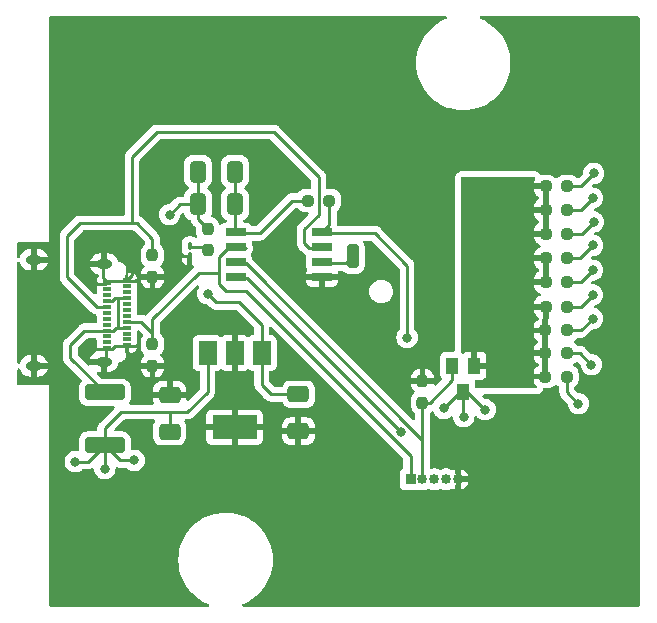
<source format=gbl>
G04 #@! TF.GenerationSoftware,KiCad,Pcbnew,7.0.9*
G04 #@! TF.CreationDate,2023-11-26T00:11:53+01:00*
G04 #@! TF.ProjectId,v1,76312e6b-6963-4616-945f-706362585858,rev?*
G04 #@! TF.SameCoordinates,Original*
G04 #@! TF.FileFunction,Copper,L2,Bot*
G04 #@! TF.FilePolarity,Positive*
%FSLAX46Y46*%
G04 Gerber Fmt 4.6, Leading zero omitted, Abs format (unit mm)*
G04 Created by KiCad (PCBNEW 7.0.9) date 2023-11-26 00:11:53*
%MOMM*%
%LPD*%
G01*
G04 APERTURE LIST*
G04 Aperture macros list*
%AMRoundRect*
0 Rectangle with rounded corners*
0 $1 Rounding radius*
0 $2 $3 $4 $5 $6 $7 $8 $9 X,Y pos of 4 corners*
0 Add a 4 corners polygon primitive as box body*
4,1,4,$2,$3,$4,$5,$6,$7,$8,$9,$2,$3,0*
0 Add four circle primitives for the rounded corners*
1,1,$1+$1,$2,$3*
1,1,$1+$1,$4,$5*
1,1,$1+$1,$6,$7*
1,1,$1+$1,$8,$9*
0 Add four rect primitives between the rounded corners*
20,1,$1+$1,$2,$3,$4,$5,0*
20,1,$1+$1,$4,$5,$6,$7,0*
20,1,$1+$1,$6,$7,$8,$9,0*
20,1,$1+$1,$8,$9,$2,$3,0*%
G04 Aperture macros list end*
G04 #@! TA.AperFunction,ComponentPad*
%ADD10R,0.850000X0.850000*%
G04 #@! TD*
G04 #@! TA.AperFunction,ComponentPad*
%ADD11O,0.850000X0.850000*%
G04 #@! TD*
G04 #@! TA.AperFunction,SMDPad,CuDef*
%ADD12R,1.000000X1.400000*%
G04 #@! TD*
G04 #@! TA.AperFunction,SMDPad,CuDef*
%ADD13RoundRect,0.250000X-0.650000X0.412500X-0.650000X-0.412500X0.650000X-0.412500X0.650000X0.412500X0*%
G04 #@! TD*
G04 #@! TA.AperFunction,SMDPad,CuDef*
%ADD14RoundRect,0.237500X-0.237500X0.250000X-0.237500X-0.250000X0.237500X-0.250000X0.237500X0.250000X0*%
G04 #@! TD*
G04 #@! TA.AperFunction,SMDPad,CuDef*
%ADD15RoundRect,0.250000X-0.412500X-0.650000X0.412500X-0.650000X0.412500X0.650000X-0.412500X0.650000X0*%
G04 #@! TD*
G04 #@! TA.AperFunction,SMDPad,CuDef*
%ADD16RoundRect,0.237500X-0.250000X-0.237500X0.250000X-0.237500X0.250000X0.237500X-0.250000X0.237500X0*%
G04 #@! TD*
G04 #@! TA.AperFunction,SMDPad,CuDef*
%ADD17R,1.500000X2.000000*%
G04 #@! TD*
G04 #@! TA.AperFunction,SMDPad,CuDef*
%ADD18R,3.800000X2.000000*%
G04 #@! TD*
G04 #@! TA.AperFunction,SMDPad,CuDef*
%ADD19RoundRect,0.250000X-1.450000X0.400000X-1.450000X-0.400000X1.450000X-0.400000X1.450000X0.400000X0*%
G04 #@! TD*
G04 #@! TA.AperFunction,SMDPad,CuDef*
%ADD20RoundRect,0.237500X0.237500X-0.250000X0.237500X0.250000X-0.237500X0.250000X-0.237500X-0.250000X0*%
G04 #@! TD*
G04 #@! TA.AperFunction,SMDPad,CuDef*
%ADD21RoundRect,0.250000X0.250000X0.750000X-0.250000X0.750000X-0.250000X-0.750000X0.250000X-0.750000X0*%
G04 #@! TD*
G04 #@! TA.AperFunction,SMDPad,CuDef*
%ADD22RoundRect,0.250000X0.650000X-0.412500X0.650000X0.412500X-0.650000X0.412500X-0.650000X-0.412500X0*%
G04 #@! TD*
G04 #@! TA.AperFunction,SMDPad,CuDef*
%ADD23RoundRect,0.100000X0.100000X-0.217500X0.100000X0.217500X-0.100000X0.217500X-0.100000X-0.217500X0*%
G04 #@! TD*
G04 #@! TA.AperFunction,SMDPad,CuDef*
%ADD24RoundRect,0.237500X0.250000X0.237500X-0.250000X0.237500X-0.250000X-0.237500X0.250000X-0.237500X0*%
G04 #@! TD*
G04 #@! TA.AperFunction,SMDPad,CuDef*
%ADD25R,1.700000X0.650000*%
G04 #@! TD*
G04 #@! TA.AperFunction,SMDPad,CuDef*
%ADD26R,0.700000X0.300000*%
G04 #@! TD*
G04 #@! TA.AperFunction,ComponentPad*
%ADD27O,1.400000X0.800000*%
G04 #@! TD*
G04 #@! TA.AperFunction,ViaPad*
%ADD28C,0.800000*%
G04 #@! TD*
G04 #@! TA.AperFunction,Conductor*
%ADD29C,0.250000*%
G04 #@! TD*
G04 APERTURE END LIST*
D10*
X153320000Y-115400000D03*
D11*
X154320000Y-115400000D03*
X155320000Y-115400000D03*
X156320000Y-115400000D03*
X157320000Y-115400000D03*
D12*
X156820000Y-105800000D03*
X158720000Y-105800000D03*
X157770000Y-108000000D03*
D13*
X143820000Y-108200000D03*
X143820000Y-111325000D03*
D14*
X131459600Y-96430600D03*
X131459600Y-98255600D03*
D15*
X135320000Y-89350000D03*
X138445000Y-89350000D03*
D16*
X164745000Y-94600000D03*
X166570000Y-94600000D03*
X164720000Y-104700000D03*
X166545000Y-104700000D03*
X164745000Y-100810000D03*
X166570000Y-100810000D03*
D17*
X136120000Y-104700000D03*
X138420000Y-104700000D03*
D18*
X138420000Y-111000000D03*
D17*
X140720000Y-104700000D03*
D14*
X131459600Y-103955600D03*
X131459600Y-105780600D03*
D19*
X127420000Y-108050000D03*
X127420000Y-112500000D03*
D20*
X154320000Y-108900000D03*
X154320000Y-107075000D03*
D16*
X164745000Y-98710000D03*
X166570000Y-98710000D03*
D21*
X148420000Y-96500000D03*
D22*
X132920000Y-111362500D03*
X132920000Y-108237500D03*
D23*
X134620000Y-96475000D03*
X134620000Y-95660000D03*
D16*
X164745000Y-92600000D03*
X166570000Y-92600000D03*
X164720000Y-106700000D03*
X166545000Y-106700000D03*
X164745000Y-90600000D03*
X166570000Y-90600000D03*
X164720000Y-102800000D03*
X166545000Y-102800000D03*
D24*
X146445000Y-91800000D03*
X144620000Y-91800000D03*
D15*
X135320000Y-92100000D03*
X138445000Y-92100000D03*
D25*
X145820000Y-94490000D03*
X145820000Y-95760000D03*
X145820000Y-97030000D03*
X145820000Y-98300000D03*
X138520000Y-98300000D03*
X138520000Y-97030000D03*
X138520000Y-95760000D03*
X138520000Y-94490000D03*
D14*
X136120000Y-94190000D03*
X136120000Y-96015000D03*
D26*
X129280000Y-104060000D03*
X129280000Y-103560000D03*
X129280000Y-103060000D03*
X129280000Y-102560000D03*
X129280000Y-102060000D03*
X129280000Y-101560000D03*
X129280000Y-101060000D03*
X129280000Y-100560000D03*
X129280000Y-100060000D03*
X129280000Y-99560000D03*
X129280000Y-99060000D03*
X129280000Y-98560000D03*
X127580000Y-98810000D03*
X127580000Y-99310000D03*
X127580000Y-99810000D03*
X127580000Y-100310000D03*
X127580000Y-100810000D03*
X127580000Y-101310000D03*
X127580000Y-101810000D03*
X127580000Y-102310000D03*
X127580000Y-102810000D03*
X127580000Y-103310000D03*
X127580000Y-103810000D03*
X127580000Y-104310000D03*
D27*
X121420000Y-105800000D03*
X127370000Y-105440000D03*
X127370000Y-97180000D03*
X121420000Y-96820000D03*
D16*
X164745000Y-96700000D03*
X166570000Y-96700000D03*
D28*
X152520000Y-111400000D03*
X168720000Y-101800000D03*
X168820000Y-89500000D03*
X168820000Y-93600000D03*
X168720000Y-95600000D03*
X168720000Y-97700000D03*
X168720000Y-99800000D03*
X159620000Y-109500000D03*
X156120000Y-109400000D03*
X157820000Y-110100000D03*
X124920000Y-113900000D03*
X129920000Y-113800000D03*
X127420000Y-114500000D03*
X145020000Y-77700000D03*
X167220000Y-77700000D03*
X126020000Y-98100000D03*
X149920000Y-102700000D03*
X168120000Y-124100000D03*
X145120000Y-124400000D03*
X171520000Y-104900000D03*
X127420000Y-77600000D03*
X128120000Y-124400000D03*
X168720000Y-91600000D03*
X167520000Y-109000000D03*
X168620000Y-105700000D03*
X136120000Y-99700000D03*
X132920000Y-93000000D03*
X153020000Y-103400000D03*
D29*
X124520000Y-105150000D02*
X127420000Y-108050000D01*
X125690000Y-102830000D02*
X124520000Y-104000000D01*
X124520000Y-104000000D02*
X124520000Y-105150000D01*
X128120000Y-102830000D02*
X125690000Y-102830000D01*
X128520000Y-102580000D02*
X128370000Y-102580000D01*
X128370000Y-102580000D02*
X128120000Y-102830000D01*
X128820000Y-109700000D02*
X132920000Y-109700000D01*
X127420000Y-112500000D02*
X127420000Y-111100000D01*
X127420000Y-111100000D02*
X128820000Y-109700000D01*
X154320000Y-112075000D02*
X154320000Y-115400000D01*
X137120000Y-96600000D02*
X137890000Y-95830000D01*
X137120000Y-98900000D02*
X137120000Y-96600000D01*
X139420000Y-99500000D02*
X137720000Y-99500000D01*
X137890000Y-95830000D02*
X139345000Y-95830000D01*
X153320000Y-113400000D02*
X139420000Y-99500000D01*
X137720000Y-99500000D02*
X137120000Y-98900000D01*
X153320000Y-115400000D02*
X153320000Y-113400000D01*
X156820000Y-107000000D02*
X156820000Y-105800000D01*
X154920000Y-108900000D02*
X156820000Y-107000000D01*
X154320000Y-108900000D02*
X154920000Y-108900000D01*
X154320000Y-108900000D02*
X154320000Y-112075000D01*
X139345000Y-97100000D02*
X154320000Y-112075000D01*
X138820000Y-97100000D02*
X139345000Y-97100000D01*
X166545000Y-102800000D02*
X167720000Y-102800000D01*
X167720000Y-102800000D02*
X168720000Y-101800000D01*
X166570000Y-90600000D02*
X167720000Y-90600000D01*
X167720000Y-90600000D02*
X168820000Y-89500000D01*
X167820000Y-94600000D02*
X168820000Y-93600000D01*
X166570000Y-94600000D02*
X167820000Y-94600000D01*
X167620000Y-96700000D02*
X168720000Y-95600000D01*
X166570000Y-96700000D02*
X167620000Y-96700000D01*
X167710000Y-98710000D02*
X168720000Y-97700000D01*
X166570000Y-98710000D02*
X167710000Y-98710000D01*
X167710000Y-100810000D02*
X168720000Y-99800000D01*
X166570000Y-100810000D02*
X167710000Y-100810000D01*
X131459600Y-95039600D02*
X131459600Y-96430600D01*
X131820000Y-86000000D02*
X141720000Y-86000000D01*
X130120000Y-93700000D02*
X131459600Y-95039600D01*
X141720000Y-86000000D02*
X145520000Y-89800000D01*
X127520000Y-100830000D02*
X126750000Y-100830000D01*
X125320000Y-93700000D02*
X129720000Y-93700000D01*
X145520000Y-89800000D02*
X145520000Y-93000000D01*
X144320000Y-94200000D02*
X144320000Y-95400000D01*
X126750000Y-100830000D02*
X124220000Y-98300000D01*
X129720000Y-93700000D02*
X130120000Y-93700000D01*
X124220000Y-98300000D02*
X124220000Y-94800000D01*
X129720000Y-88100000D02*
X131820000Y-86000000D01*
X145520000Y-93000000D02*
X144320000Y-94200000D01*
X124220000Y-94800000D02*
X125320000Y-93700000D01*
X144750000Y-95830000D02*
X146120000Y-95830000D01*
X129720000Y-93700000D02*
X129720000Y-88100000D01*
X144320000Y-95400000D02*
X144750000Y-95830000D01*
X146150000Y-97070000D02*
X146120000Y-97100000D01*
X148420000Y-96500000D02*
X147820000Y-97100000D01*
X147820000Y-97100000D02*
X146120000Y-97100000D01*
X157770000Y-108000000D02*
X157770000Y-110050000D01*
X157520000Y-108000000D02*
X156120000Y-109400000D01*
X127420000Y-112500000D02*
X128720000Y-113800000D01*
X132920000Y-111362500D02*
X132920000Y-109700000D01*
X158120000Y-108000000D02*
X159620000Y-109500000D01*
X128720000Y-113800000D02*
X129920000Y-113800000D01*
X127420000Y-112500000D02*
X126320000Y-112500000D01*
X127420000Y-112500000D02*
X126020000Y-113900000D01*
X157770000Y-108000000D02*
X157520000Y-108000000D01*
X126020000Y-113900000D02*
X124920000Y-113900000D01*
X157770000Y-108000000D02*
X158120000Y-108000000D01*
X132920000Y-109700000D02*
X134420000Y-109700000D01*
X127420000Y-112500000D02*
X126420000Y-112500000D01*
X127420000Y-112500000D02*
X127420000Y-114500000D01*
X157770000Y-110050000D02*
X157820000Y-110100000D01*
X136120000Y-108000000D02*
X136120000Y-104700000D01*
X134420000Y-109700000D02*
X136120000Y-108000000D01*
X130100000Y-104080000D02*
X130120000Y-104100000D01*
X129280000Y-98560000D02*
X129720000Y-98120000D01*
X127635000Y-98715000D02*
X127770000Y-98580000D01*
X134620000Y-96475000D02*
X133845000Y-96475000D01*
X129220000Y-104080000D02*
X130100000Y-104080000D01*
X138420000Y-104700000D02*
X138420000Y-103800000D01*
X127310000Y-97200000D02*
X127310000Y-98390000D01*
X127520000Y-104330000D02*
X127520000Y-105250000D01*
X126750000Y-98830000D02*
X126020000Y-98100000D01*
X128024000Y-104330000D02*
X127520000Y-104330000D01*
X129720000Y-98120000D02*
X129720000Y-97500000D01*
X130140000Y-98580000D02*
X129220000Y-98580000D01*
X130140000Y-98580000D02*
X130220000Y-98500000D01*
X129280000Y-104060000D02*
X129280000Y-104660000D01*
X129220000Y-104080000D02*
X128274000Y-104080000D01*
X127770000Y-98580000D02*
X129220000Y-98580000D01*
X133845000Y-96475000D02*
X133820000Y-96500000D01*
X128274000Y-104080000D02*
X128024000Y-104330000D01*
X127520000Y-98830000D02*
X126750000Y-98830000D01*
X127310000Y-98390000D02*
X127635000Y-98715000D01*
X126090000Y-104330000D02*
X126020000Y-104400000D01*
X127520000Y-105250000D02*
X127310000Y-105460000D01*
X138420000Y-104700000D02*
X138420000Y-111000000D01*
X127520000Y-104330000D02*
X126090000Y-104330000D01*
X127520000Y-98830000D02*
X127635000Y-98715000D01*
X129280000Y-104660000D02*
X129620000Y-105000000D01*
X138445000Y-94415000D02*
X138520000Y-94490000D01*
X138445000Y-92100000D02*
X138445000Y-94415000D01*
X143290000Y-91800000D02*
X144620000Y-91800000D01*
X138445000Y-92100000D02*
X138445000Y-89350000D01*
X138820000Y-94560000D02*
X140530000Y-94560000D01*
X140530000Y-94560000D02*
X143290000Y-91800000D01*
X166570000Y-92600000D02*
X167720000Y-92600000D01*
X167720000Y-92600000D02*
X168720000Y-91600000D01*
X166545000Y-108025000D02*
X167520000Y-109000000D01*
X166545000Y-106700000D02*
X166545000Y-108025000D01*
X167620000Y-104700000D02*
X168620000Y-105700000D01*
X166545000Y-104700000D02*
X167620000Y-104700000D01*
X136120000Y-95700000D02*
X134680000Y-95700000D01*
X132920000Y-93000000D02*
X133820000Y-92100000D01*
X135320000Y-92100000D02*
X135320000Y-89350000D01*
X143820000Y-108200000D02*
X141520000Y-108200000D01*
X133820000Y-92100000D02*
X135320000Y-92100000D01*
X135320000Y-92100000D02*
X135320000Y-93390000D01*
X138820000Y-100400000D02*
X140720000Y-102300000D01*
X141520000Y-108200000D02*
X140720000Y-107400000D01*
X135320000Y-93390000D02*
X136120000Y-94190000D01*
X140720000Y-102300000D02*
X140720000Y-104700000D01*
X136820000Y-100400000D02*
X138820000Y-100400000D01*
X140720000Y-107400000D02*
X140720000Y-104700000D01*
X136120000Y-99700000D02*
X136820000Y-100400000D01*
X129220000Y-102580000D02*
X128520000Y-102580000D01*
X128520000Y-100080000D02*
X128274000Y-100080000D01*
X128520000Y-100080000D02*
X128520000Y-102580000D01*
X129220000Y-100080000D02*
X128520000Y-100080000D01*
X128024000Y-100330000D02*
X127520000Y-100330000D01*
X129220000Y-102580000D02*
X129200000Y-102600000D01*
X128274000Y-100080000D02*
X128024000Y-100330000D01*
X131459600Y-103955600D02*
X131459600Y-103039600D01*
X130500000Y-102080000D02*
X129220000Y-102080000D01*
X131459600Y-103039600D02*
X130500000Y-102080000D01*
X131459600Y-101860400D02*
X135420000Y-97900000D01*
X135420000Y-97900000D02*
X137120000Y-97900000D01*
X131464400Y-103955600D02*
X131459600Y-103955600D01*
X131459600Y-103955600D02*
X131459600Y-101860400D01*
X139490000Y-98370000D02*
X152520000Y-111400000D01*
X138820000Y-98370000D02*
X139490000Y-98370000D01*
X153020000Y-97300000D02*
X153020000Y-103400000D01*
X150280000Y-94560000D02*
X153020000Y-97300000D01*
X145820000Y-94490000D02*
X146445000Y-93865000D01*
X146445000Y-93865000D02*
X146445000Y-91800000D01*
X146120000Y-94560000D02*
X150280000Y-94560000D01*
G04 #@! TA.AperFunction,Conductor*
G36*
X163815631Y-89826808D02*
G01*
X163861489Y-89879522D01*
X163871568Y-89948661D01*
X163854334Y-89996351D01*
X163822051Y-90048688D01*
X163822046Y-90048699D01*
X163767819Y-90212347D01*
X163757500Y-90313345D01*
X163757500Y-90350000D01*
X164871000Y-90350000D01*
X164938039Y-90369685D01*
X164983794Y-90422489D01*
X164995000Y-90474000D01*
X164995000Y-94726000D01*
X164975315Y-94793039D01*
X164922511Y-94838794D01*
X164871000Y-94850000D01*
X163757501Y-94850000D01*
X163757501Y-94886654D01*
X163767819Y-94987652D01*
X163822046Y-95151300D01*
X163822051Y-95151311D01*
X163912552Y-95298034D01*
X163912555Y-95298038D01*
X164034461Y-95419944D01*
X164034465Y-95419947D01*
X164181188Y-95510448D01*
X164181199Y-95510453D01*
X164247110Y-95532294D01*
X164304555Y-95572067D01*
X164331378Y-95636582D01*
X164319063Y-95705358D01*
X164271520Y-95756558D01*
X164247110Y-95767706D01*
X164181199Y-95789546D01*
X164181188Y-95789551D01*
X164034465Y-95880052D01*
X164034461Y-95880055D01*
X163912555Y-96001961D01*
X163912552Y-96001965D01*
X163822051Y-96148688D01*
X163822046Y-96148699D01*
X163767819Y-96312347D01*
X163757500Y-96413345D01*
X163757500Y-96450000D01*
X164871000Y-96450000D01*
X164938039Y-96469685D01*
X164983794Y-96522489D01*
X164995000Y-96574000D01*
X164995000Y-98836000D01*
X164975315Y-98903039D01*
X164922511Y-98948794D01*
X164871000Y-98960000D01*
X163757501Y-98960000D01*
X163757501Y-98996654D01*
X163767819Y-99097652D01*
X163822046Y-99261300D01*
X163822051Y-99261311D01*
X163912552Y-99408034D01*
X163912555Y-99408038D01*
X164034461Y-99529944D01*
X164034465Y-99529947D01*
X164181188Y-99620448D01*
X164181199Y-99620453D01*
X164247110Y-99642294D01*
X164304555Y-99682067D01*
X164331378Y-99746582D01*
X164319063Y-99815358D01*
X164271520Y-99866558D01*
X164247110Y-99877706D01*
X164181199Y-99899546D01*
X164181188Y-99899551D01*
X164034465Y-99990052D01*
X164034461Y-99990055D01*
X163912555Y-100111961D01*
X163912552Y-100111965D01*
X163822051Y-100258688D01*
X163822046Y-100258699D01*
X163767819Y-100422347D01*
X163757500Y-100523345D01*
X163757500Y-100560000D01*
X164871000Y-100560000D01*
X164938039Y-100579685D01*
X164983794Y-100632489D01*
X164995000Y-100684000D01*
X164995000Y-101748638D01*
X164975315Y-101815677D01*
X164970000Y-101822272D01*
X164970000Y-106826000D01*
X164950315Y-106893039D01*
X164897511Y-106938794D01*
X164846000Y-106950000D01*
X163732501Y-106950000D01*
X163732501Y-106986654D01*
X163742819Y-107087652D01*
X163797046Y-107251300D01*
X163797051Y-107251311D01*
X163887552Y-107398034D01*
X163887555Y-107398038D01*
X163987836Y-107498319D01*
X164021321Y-107559642D01*
X164016337Y-107629334D01*
X163974465Y-107685267D01*
X163909001Y-107709684D01*
X163900155Y-107710000D01*
X158894499Y-107710000D01*
X158827460Y-107690315D01*
X158781705Y-107637511D01*
X158770499Y-107586000D01*
X158770499Y-107252129D01*
X158770498Y-107252123D01*
X158764091Y-107192518D01*
X158754698Y-107167334D01*
X158749714Y-107097642D01*
X158783199Y-107036319D01*
X158844522Y-107002834D01*
X158870880Y-107000000D01*
X159267828Y-107000000D01*
X159267844Y-106999999D01*
X159327372Y-106993598D01*
X159327379Y-106993596D01*
X159462086Y-106943354D01*
X159462093Y-106943350D01*
X159577187Y-106857190D01*
X159577190Y-106857187D01*
X159663350Y-106742093D01*
X159663354Y-106742086D01*
X159713596Y-106607379D01*
X159713598Y-106607372D01*
X159719999Y-106547844D01*
X159720000Y-106547827D01*
X159720000Y-106450000D01*
X163732500Y-106450000D01*
X164470000Y-106450000D01*
X164470000Y-104950000D01*
X163732501Y-104950000D01*
X163732501Y-104986654D01*
X163742819Y-105087652D01*
X163797046Y-105251300D01*
X163797051Y-105251311D01*
X163887552Y-105398034D01*
X163887555Y-105398038D01*
X164009461Y-105519944D01*
X164009465Y-105519947D01*
X164130271Y-105594462D01*
X164176996Y-105646410D01*
X164188217Y-105715372D01*
X164160374Y-105779454D01*
X164130271Y-105805538D01*
X164009465Y-105880052D01*
X164009461Y-105880055D01*
X163887555Y-106001961D01*
X163887552Y-106001965D01*
X163797051Y-106148688D01*
X163797046Y-106148699D01*
X163742819Y-106312347D01*
X163732500Y-106413345D01*
X163732500Y-106450000D01*
X159720000Y-106450000D01*
X159720000Y-106050000D01*
X158594000Y-106050000D01*
X158526961Y-106030315D01*
X158481206Y-105977511D01*
X158470000Y-105926000D01*
X158470000Y-104600000D01*
X158970000Y-104600000D01*
X158970000Y-105550000D01*
X159720000Y-105550000D01*
X159720000Y-105052172D01*
X159719999Y-105052155D01*
X159713598Y-104992627D01*
X159713596Y-104992620D01*
X159663354Y-104857913D01*
X159663350Y-104857906D01*
X159577190Y-104742812D01*
X159577187Y-104742809D01*
X159462093Y-104656649D01*
X159462086Y-104656645D01*
X159327379Y-104606403D01*
X159327372Y-104606401D01*
X159267844Y-104600000D01*
X158970000Y-104600000D01*
X158470000Y-104600000D01*
X158172155Y-104600000D01*
X158112627Y-104606401D01*
X158112620Y-104606403D01*
X157977913Y-104656645D01*
X157977906Y-104656649D01*
X157862812Y-104742809D01*
X157858038Y-104747584D01*
X157796715Y-104781069D01*
X157727023Y-104776085D01*
X157682676Y-104747584D01*
X157677547Y-104742455D01*
X157594695Y-104680431D01*
X157552825Y-104624497D01*
X157545007Y-104581165D01*
X157545007Y-104450000D01*
X163732500Y-104450000D01*
X164470000Y-104450000D01*
X164470000Y-103050000D01*
X163732501Y-103050000D01*
X163732501Y-103086654D01*
X163742819Y-103187652D01*
X163797046Y-103351300D01*
X163797051Y-103351311D01*
X163887552Y-103498034D01*
X163887555Y-103498038D01*
X164009461Y-103619944D01*
X164009465Y-103619947D01*
X164049209Y-103644462D01*
X164095934Y-103696410D01*
X164107155Y-103765372D01*
X164079312Y-103829454D01*
X164049209Y-103855538D01*
X164009465Y-103880052D01*
X164009461Y-103880055D01*
X163887555Y-104001961D01*
X163887552Y-104001965D01*
X163797051Y-104148688D01*
X163797046Y-104148699D01*
X163742819Y-104312347D01*
X163732500Y-104413345D01*
X163732500Y-104450000D01*
X157545007Y-104450000D01*
X157545007Y-102550000D01*
X163732500Y-102550000D01*
X164470000Y-102550000D01*
X164470000Y-101861361D01*
X164489685Y-101794322D01*
X164495000Y-101787726D01*
X164495000Y-101060000D01*
X163757501Y-101060000D01*
X163757501Y-101096654D01*
X163767819Y-101197652D01*
X163822046Y-101361300D01*
X163822051Y-101361311D01*
X163912552Y-101508034D01*
X163912555Y-101508038D01*
X164034461Y-101629944D01*
X164034465Y-101629947D01*
X164134664Y-101691751D01*
X164181389Y-101743699D01*
X164192610Y-101812661D01*
X164164767Y-101876743D01*
X164134665Y-101902827D01*
X164009462Y-101980054D01*
X163887555Y-102101961D01*
X163887552Y-102101965D01*
X163797051Y-102248688D01*
X163797046Y-102248699D01*
X163742819Y-102412347D01*
X163732500Y-102513345D01*
X163732500Y-102550000D01*
X157545007Y-102550000D01*
X157545007Y-98460000D01*
X163757500Y-98460000D01*
X164495000Y-98460000D01*
X164495000Y-96950000D01*
X163757501Y-96950000D01*
X163757501Y-96986654D01*
X163767819Y-97087652D01*
X163822046Y-97251300D01*
X163822051Y-97251311D01*
X163912552Y-97398034D01*
X163912555Y-97398038D01*
X164034461Y-97519944D01*
X164034465Y-97519947D01*
X164163377Y-97599462D01*
X164210102Y-97651410D01*
X164221323Y-97720372D01*
X164193480Y-97784454D01*
X164163377Y-97810538D01*
X164034465Y-97890052D01*
X164034461Y-97890055D01*
X163912555Y-98011961D01*
X163912552Y-98011965D01*
X163822051Y-98158688D01*
X163822046Y-98158699D01*
X163767819Y-98322347D01*
X163757500Y-98423345D01*
X163757500Y-98460000D01*
X157545007Y-98460000D01*
X157545007Y-94350000D01*
X163757500Y-94350000D01*
X164495000Y-94350000D01*
X164495000Y-92850000D01*
X163757501Y-92850000D01*
X163757501Y-92886654D01*
X163767819Y-92987652D01*
X163822046Y-93151300D01*
X163822051Y-93151311D01*
X163912552Y-93298034D01*
X163912555Y-93298038D01*
X164034461Y-93419944D01*
X164034465Y-93419947D01*
X164155271Y-93494462D01*
X164201996Y-93546410D01*
X164213217Y-93615372D01*
X164185374Y-93679454D01*
X164155271Y-93705538D01*
X164034465Y-93780052D01*
X164034461Y-93780055D01*
X163912555Y-93901961D01*
X163912552Y-93901965D01*
X163822051Y-94048688D01*
X163822046Y-94048699D01*
X163767819Y-94212347D01*
X163757500Y-94313345D01*
X163757500Y-94350000D01*
X157545007Y-94350000D01*
X157545007Y-92350000D01*
X163757500Y-92350000D01*
X164495000Y-92350000D01*
X164495000Y-90850000D01*
X163757501Y-90850000D01*
X163757501Y-90886654D01*
X163767819Y-90987652D01*
X163822046Y-91151300D01*
X163822051Y-91151311D01*
X163912552Y-91298034D01*
X163912555Y-91298038D01*
X164034461Y-91419944D01*
X164034465Y-91419947D01*
X164155271Y-91494462D01*
X164201996Y-91546410D01*
X164213217Y-91615372D01*
X164185374Y-91679454D01*
X164155271Y-91705538D01*
X164034465Y-91780052D01*
X164034461Y-91780055D01*
X163912555Y-91901961D01*
X163912552Y-91901965D01*
X163822051Y-92048688D01*
X163822046Y-92048699D01*
X163767819Y-92212347D01*
X163757500Y-92313345D01*
X163757500Y-92350000D01*
X157545007Y-92350000D01*
X157545007Y-89937521D01*
X157564692Y-89870482D01*
X157617496Y-89824727D01*
X157669007Y-89813521D01*
X160545007Y-89813521D01*
X163748556Y-89807254D01*
X163815631Y-89826808D01*
G37*
G04 #@! TD.AperFunction*
G04 #@! TA.AperFunction,Conductor*
G36*
X126675332Y-103475185D02*
G01*
X126721087Y-103527989D01*
X126731582Y-103592756D01*
X126729500Y-103612111D01*
X126729500Y-104007869D01*
X126729501Y-104007880D01*
X126733931Y-104049093D01*
X126733931Y-104075596D01*
X126730000Y-104112165D01*
X126730000Y-104160000D01*
X126745611Y-104175611D01*
X126759484Y-104179685D01*
X126791711Y-104209688D01*
X126803642Y-104225625D01*
X126830231Y-104261144D01*
X126830639Y-104261688D01*
X126855057Y-104327152D01*
X126840206Y-104395425D01*
X126790802Y-104444831D01*
X126731373Y-104460000D01*
X126730000Y-104460000D01*
X126730000Y-104507845D01*
X126730403Y-104511587D01*
X126717994Y-104580345D01*
X126670381Y-104631480D01*
X126669113Y-104632222D01*
X126538081Y-104707873D01*
X126397490Y-104834460D01*
X126397488Y-104834463D01*
X126286282Y-104987522D01*
X126209335Y-105160351D01*
X126203033Y-105190000D01*
X127045376Y-105190000D01*
X126972455Y-105204505D01*
X126889760Y-105259760D01*
X126834505Y-105342455D01*
X126815102Y-105440000D01*
X126834505Y-105537545D01*
X126889760Y-105620240D01*
X126972455Y-105675495D01*
X127045376Y-105690000D01*
X126203032Y-105690000D01*
X126174061Y-105725777D01*
X126116574Y-105765489D01*
X126046743Y-105767817D01*
X125990014Y-105735423D01*
X125181819Y-104927228D01*
X125148334Y-104865905D01*
X125145500Y-104839547D01*
X125145500Y-104310452D01*
X125165185Y-104243413D01*
X125181819Y-104222771D01*
X125912772Y-103491819D01*
X125974095Y-103458334D01*
X126000453Y-103455500D01*
X126608293Y-103455500D01*
X126675332Y-103475185D01*
G37*
G04 #@! TD.AperFunction*
G04 #@! TA.AperFunction,Conductor*
G36*
X141476587Y-86645185D02*
G01*
X141497229Y-86661819D01*
X144858181Y-90022771D01*
X144891666Y-90084094D01*
X144894500Y-90110452D01*
X144894500Y-90700500D01*
X144874815Y-90767539D01*
X144822011Y-90813294D01*
X144770500Y-90824500D01*
X144320830Y-90824500D01*
X144320812Y-90824501D01*
X144219747Y-90834825D01*
X144055984Y-90889092D01*
X144055981Y-90889093D01*
X143909148Y-90979661D01*
X143787160Y-91101649D01*
X143787159Y-91101651D01*
X143778558Y-91115596D01*
X143726610Y-91162321D01*
X143673019Y-91174500D01*
X143372737Y-91174500D01*
X143357120Y-91172776D01*
X143357093Y-91173062D01*
X143349331Y-91172327D01*
X143280203Y-91174500D01*
X143250650Y-91174500D01*
X143249929Y-91174590D01*
X143243757Y-91175369D01*
X143237945Y-91175826D01*
X143191372Y-91177290D01*
X143191369Y-91177291D01*
X143172126Y-91182881D01*
X143153083Y-91186825D01*
X143133204Y-91189336D01*
X143133203Y-91189337D01*
X143089878Y-91206490D01*
X143084352Y-91208382D01*
X143039608Y-91221383D01*
X143039604Y-91221385D01*
X143022365Y-91231580D01*
X143004898Y-91240137D01*
X142986269Y-91247512D01*
X142986267Y-91247513D01*
X142948564Y-91274906D01*
X142943682Y-91278112D01*
X142903580Y-91301828D01*
X142889408Y-91316000D01*
X142874623Y-91328628D01*
X142858412Y-91340407D01*
X142828709Y-91376310D01*
X142824777Y-91380631D01*
X140307228Y-93898181D01*
X140245905Y-93931666D01*
X140219547Y-93934500D01*
X139884722Y-93934500D01*
X139817683Y-93914815D01*
X139785455Y-93884811D01*
X139781153Y-93879064D01*
X139727546Y-93807454D01*
X139696413Y-93784148D01*
X139612335Y-93721206D01*
X139612328Y-93721202D01*
X139477482Y-93670908D01*
X139477483Y-93670908D01*
X139417883Y-93664501D01*
X139417881Y-93664500D01*
X139417873Y-93664500D01*
X139417865Y-93664500D01*
X139241692Y-93664500D01*
X139174653Y-93644815D01*
X139128898Y-93592011D01*
X139118954Y-93522853D01*
X139147979Y-93459297D01*
X139176595Y-93434961D01*
X139176832Y-93434814D01*
X139176834Y-93434814D01*
X139326156Y-93342712D01*
X139450212Y-93218656D01*
X139542314Y-93069334D01*
X139597499Y-92902797D01*
X139608000Y-92800009D01*
X139607999Y-91399992D01*
X139597499Y-91297203D01*
X139542314Y-91130666D01*
X139450212Y-90981344D01*
X139326156Y-90857288D01*
X139326155Y-90857287D01*
X139289737Y-90834825D01*
X139282787Y-90830538D01*
X139236063Y-90778592D01*
X139224840Y-90709630D01*
X139252683Y-90645547D01*
X139282786Y-90619462D01*
X139326156Y-90592712D01*
X139450212Y-90468656D01*
X139542314Y-90319334D01*
X139597499Y-90152797D01*
X139608000Y-90050009D01*
X139607999Y-88649992D01*
X139606861Y-88638856D01*
X139597499Y-88547203D01*
X139597498Y-88547200D01*
X139552184Y-88410452D01*
X139542314Y-88380666D01*
X139450212Y-88231344D01*
X139326156Y-88107288D01*
X139186231Y-88020982D01*
X139176836Y-88015187D01*
X139176831Y-88015185D01*
X139175362Y-88014698D01*
X139010297Y-87960001D01*
X139010295Y-87960000D01*
X138907510Y-87949500D01*
X137982498Y-87949500D01*
X137982480Y-87949501D01*
X137879703Y-87960000D01*
X137879700Y-87960001D01*
X137713168Y-88015185D01*
X137713163Y-88015187D01*
X137563842Y-88107289D01*
X137439789Y-88231342D01*
X137347687Y-88380663D01*
X137347686Y-88380666D01*
X137292501Y-88547203D01*
X137292501Y-88547204D01*
X137292500Y-88547204D01*
X137282000Y-88649983D01*
X137282000Y-90050001D01*
X137282001Y-90050018D01*
X137292500Y-90152796D01*
X137292501Y-90152799D01*
X137336026Y-90284148D01*
X137347686Y-90319334D01*
X137439788Y-90468656D01*
X137563844Y-90592712D01*
X137607212Y-90619461D01*
X137653936Y-90671409D01*
X137665159Y-90740372D01*
X137637315Y-90804454D01*
X137607213Y-90830537D01*
X137600263Y-90834825D01*
X137563842Y-90857289D01*
X137439789Y-90981342D01*
X137347687Y-91130663D01*
X137347685Y-91130668D01*
X137332721Y-91175826D01*
X137292501Y-91297203D01*
X137292501Y-91297204D01*
X137292500Y-91297204D01*
X137282000Y-91399983D01*
X137282000Y-92800001D01*
X137282001Y-92800018D01*
X137292500Y-92902796D01*
X137292501Y-92902799D01*
X137347685Y-93069331D01*
X137347687Y-93069336D01*
X137377468Y-93117619D01*
X137439788Y-93218656D01*
X137563844Y-93342712D01*
X137713166Y-93434814D01*
X137713167Y-93434814D01*
X137713405Y-93434961D01*
X137760130Y-93486909D01*
X137771353Y-93555871D01*
X137743510Y-93619953D01*
X137685441Y-93658810D01*
X137648313Y-93664500D01*
X137622131Y-93664500D01*
X137622123Y-93664501D01*
X137562516Y-93670908D01*
X137427671Y-93721202D01*
X137427664Y-93721206D01*
X137312455Y-93807452D01*
X137312453Y-93807454D01*
X137301265Y-93822400D01*
X137245331Y-93864270D01*
X137175639Y-93869253D01*
X137114317Y-93835766D01*
X137084294Y-93787091D01*
X137067466Y-93736307D01*
X137030908Y-93625984D01*
X136940340Y-93479150D01*
X136818350Y-93357160D01*
X136722636Y-93298123D01*
X136671518Y-93266593D01*
X136671513Y-93266591D01*
X136668900Y-93265725D01*
X136507753Y-93212326D01*
X136507751Y-93212325D01*
X136501327Y-93210197D01*
X136502216Y-93207511D01*
X136451717Y-93179275D01*
X136418849Y-93117619D01*
X136422567Y-93053479D01*
X136472499Y-92902797D01*
X136483000Y-92800009D01*
X136482999Y-91399992D01*
X136472499Y-91297203D01*
X136417314Y-91130666D01*
X136325212Y-90981344D01*
X136201156Y-90857288D01*
X136201155Y-90857287D01*
X136164737Y-90834825D01*
X136157787Y-90830538D01*
X136111063Y-90778592D01*
X136099840Y-90709630D01*
X136127683Y-90645547D01*
X136157786Y-90619462D01*
X136201156Y-90592712D01*
X136325212Y-90468656D01*
X136417314Y-90319334D01*
X136472499Y-90152797D01*
X136483000Y-90050009D01*
X136482999Y-88649992D01*
X136481861Y-88638856D01*
X136472499Y-88547203D01*
X136472498Y-88547200D01*
X136427184Y-88410452D01*
X136417314Y-88380666D01*
X136325212Y-88231344D01*
X136201156Y-88107288D01*
X136061231Y-88020982D01*
X136051836Y-88015187D01*
X136051831Y-88015185D01*
X136050362Y-88014698D01*
X135885297Y-87960001D01*
X135885295Y-87960000D01*
X135782510Y-87949500D01*
X134857498Y-87949500D01*
X134857480Y-87949501D01*
X134754703Y-87960000D01*
X134754700Y-87960001D01*
X134588168Y-88015185D01*
X134588163Y-88015187D01*
X134438842Y-88107289D01*
X134314789Y-88231342D01*
X134222687Y-88380663D01*
X134222686Y-88380666D01*
X134167501Y-88547203D01*
X134167501Y-88547204D01*
X134167500Y-88547204D01*
X134157000Y-88649983D01*
X134157000Y-90050001D01*
X134157001Y-90050018D01*
X134167500Y-90152796D01*
X134167501Y-90152799D01*
X134211026Y-90284148D01*
X134222686Y-90319334D01*
X134314788Y-90468656D01*
X134438844Y-90592712D01*
X134482212Y-90619461D01*
X134528936Y-90671409D01*
X134540159Y-90740372D01*
X134512315Y-90804454D01*
X134482213Y-90830537D01*
X134475263Y-90834825D01*
X134438842Y-90857289D01*
X134314789Y-90981342D01*
X134222687Y-91130663D01*
X134222685Y-91130668D01*
X134207721Y-91175826D01*
X134168327Y-91294712D01*
X134167501Y-91297204D01*
X134167500Y-91297205D01*
X134160768Y-91363103D01*
X134134371Y-91427795D01*
X134077190Y-91467946D01*
X134037410Y-91474500D01*
X133902737Y-91474500D01*
X133887120Y-91472776D01*
X133887093Y-91473062D01*
X133879331Y-91472327D01*
X133810203Y-91474500D01*
X133780650Y-91474500D01*
X133779929Y-91474590D01*
X133773757Y-91475369D01*
X133767945Y-91475826D01*
X133721373Y-91477290D01*
X133721372Y-91477290D01*
X133702129Y-91482881D01*
X133683079Y-91486825D01*
X133663211Y-91489334D01*
X133663209Y-91489335D01*
X133619884Y-91506488D01*
X133614357Y-91508380D01*
X133569610Y-91521381D01*
X133569609Y-91521382D01*
X133552367Y-91531579D01*
X133534899Y-91540137D01*
X133516269Y-91547513D01*
X133516267Y-91547514D01*
X133478576Y-91574898D01*
X133473694Y-91578105D01*
X133433579Y-91601830D01*
X133419408Y-91616000D01*
X133404623Y-91628628D01*
X133388412Y-91640407D01*
X133358709Y-91676310D01*
X133354776Y-91680631D01*
X133155981Y-91879428D01*
X132972228Y-92063181D01*
X132910905Y-92096666D01*
X132884547Y-92099500D01*
X132825354Y-92099500D01*
X132792897Y-92106398D01*
X132640197Y-92138855D01*
X132640192Y-92138857D01*
X132467270Y-92215848D01*
X132467265Y-92215851D01*
X132314129Y-92327111D01*
X132187466Y-92467785D01*
X132092821Y-92631715D01*
X132092818Y-92631722D01*
X132034327Y-92811740D01*
X132034326Y-92811744D01*
X132014540Y-93000000D01*
X132034326Y-93188256D01*
X132034327Y-93188259D01*
X132092818Y-93368277D01*
X132092821Y-93368284D01*
X132187467Y-93532216D01*
X132271898Y-93625986D01*
X132314129Y-93672888D01*
X132467265Y-93784148D01*
X132467270Y-93784151D01*
X132640192Y-93861142D01*
X132640197Y-93861144D01*
X132825354Y-93900500D01*
X132825355Y-93900500D01*
X133014644Y-93900500D01*
X133014646Y-93900500D01*
X133199803Y-93861144D01*
X133372730Y-93784151D01*
X133525871Y-93672888D01*
X133652533Y-93532216D01*
X133747179Y-93368284D01*
X133805674Y-93188256D01*
X133823321Y-93020344D01*
X133849904Y-92955734D01*
X133858950Y-92945639D01*
X133959442Y-92845148D01*
X134020762Y-92811665D01*
X134090454Y-92816649D01*
X134146387Y-92858521D01*
X134163833Y-92896879D01*
X134165371Y-92896370D01*
X134222685Y-93069331D01*
X134222687Y-93069336D01*
X134252468Y-93117619D01*
X134314788Y-93218656D01*
X134438844Y-93342712D01*
X134564697Y-93420338D01*
X134588168Y-93434815D01*
X134604038Y-93440073D01*
X134625644Y-93447232D01*
X134683089Y-93487003D01*
X134705539Y-93539706D01*
X134707394Y-93539230D01*
X134709335Y-93546790D01*
X134726490Y-93590119D01*
X134728382Y-93595647D01*
X134741381Y-93640388D01*
X134751580Y-93657634D01*
X134760138Y-93675103D01*
X134767514Y-93693732D01*
X134794898Y-93731423D01*
X134798106Y-93736307D01*
X134821827Y-93776416D01*
X134821833Y-93776424D01*
X134835990Y-93790580D01*
X134848627Y-93805375D01*
X134860406Y-93821587D01*
X134891096Y-93846976D01*
X134896309Y-93851288D01*
X134900620Y-93855210D01*
X135007493Y-93962083D01*
X135108181Y-94062771D01*
X135141666Y-94124094D01*
X135144500Y-94150452D01*
X135144500Y-94489168D01*
X135144501Y-94489187D01*
X135154825Y-94590252D01*
X135181294Y-94670127D01*
X135209092Y-94754016D01*
X135213039Y-94760415D01*
X135214346Y-94762534D01*
X135232784Y-94829927D01*
X135211859Y-94896590D01*
X135158216Y-94941358D01*
X135088885Y-94950018D01*
X135033318Y-94926003D01*
X135022842Y-94917964D01*
X134876762Y-94857456D01*
X134876760Y-94857455D01*
X134759361Y-94842000D01*
X134480636Y-94842000D01*
X134363246Y-94857453D01*
X134363237Y-94857456D01*
X134217160Y-94917963D01*
X134091718Y-95014218D01*
X133995463Y-95139660D01*
X133934956Y-95285737D01*
X133934955Y-95285739D01*
X133919500Y-95403138D01*
X133919500Y-95916863D01*
X133934954Y-96034256D01*
X133935525Y-96036386D01*
X133935525Y-96038591D01*
X133936016Y-96042321D01*
X133935525Y-96042385D01*
X133935526Y-96092684D01*
X133936505Y-96092813D01*
X133935526Y-96100241D01*
X133935527Y-96100560D01*
X133935444Y-96100868D01*
X133920000Y-96218169D01*
X133920000Y-96275000D01*
X134009574Y-96275000D01*
X134076613Y-96294685D01*
X134084878Y-96301345D01*
X134085271Y-96300834D01*
X134091716Y-96305779D01*
X134091718Y-96305782D01*
X134217159Y-96402036D01*
X134217160Y-96402036D01*
X134217161Y-96402037D01*
X134300215Y-96436439D01*
X134354619Y-96480280D01*
X134376684Y-96546574D01*
X134359405Y-96614273D01*
X134308268Y-96661884D01*
X134252763Y-96675000D01*
X133920001Y-96675000D01*
X133920001Y-96731824D01*
X133935442Y-96849128D01*
X133935444Y-96849133D01*
X133995899Y-96995085D01*
X134092075Y-97120424D01*
X134217414Y-97216600D01*
X134363366Y-97277055D01*
X134363372Y-97277057D01*
X134419998Y-97284511D01*
X134420000Y-97284510D01*
X134420000Y-96662795D01*
X134401195Y-96628357D01*
X134406179Y-96558665D01*
X134448051Y-96502732D01*
X134513515Y-96478315D01*
X134522337Y-96477999D01*
X134696000Y-96477999D01*
X134763039Y-96497684D01*
X134808794Y-96550488D01*
X134820000Y-96601999D01*
X134820000Y-97284510D01*
X134838899Y-97282023D01*
X134907934Y-97292789D01*
X134960189Y-97339169D01*
X134979074Y-97406438D01*
X134958593Y-97473239D01*
X134942764Y-97492643D01*
X131075808Y-101359599D01*
X131063551Y-101369420D01*
X131063734Y-101369641D01*
X131057723Y-101374613D01*
X131010372Y-101425036D01*
X130989489Y-101445919D01*
X130989477Y-101445932D01*
X130985221Y-101451417D01*
X130981437Y-101455847D01*
X130971822Y-101466087D01*
X130950474Y-101488822D01*
X130944201Y-101495502D01*
X130942800Y-101494187D01*
X130895565Y-101530602D01*
X130825951Y-101536573D01*
X130801342Y-101528847D01*
X130778169Y-101518819D01*
X130772923Y-101516249D01*
X130732093Y-101493803D01*
X130732092Y-101493802D01*
X130712693Y-101488822D01*
X130694281Y-101482518D01*
X130675898Y-101474562D01*
X130675892Y-101474560D01*
X130629874Y-101467272D01*
X130624152Y-101466087D01*
X130579021Y-101454500D01*
X130579019Y-101454500D01*
X130558984Y-101454500D01*
X130539586Y-101452973D01*
X130529761Y-101451417D01*
X130519805Y-101449840D01*
X130519804Y-101449840D01*
X130473416Y-101454225D01*
X130467578Y-101454500D01*
X130251814Y-101454500D01*
X130184775Y-101434815D01*
X130139020Y-101382011D01*
X130128525Y-101343759D01*
X130126320Y-101323256D01*
X130126320Y-101296747D01*
X130130500Y-101257873D01*
X130130499Y-100862128D01*
X130130498Y-100862111D01*
X130126320Y-100823253D01*
X130126320Y-100796747D01*
X130130500Y-100757873D01*
X130130499Y-100362128D01*
X130130498Y-100362111D01*
X130126320Y-100323253D01*
X130126320Y-100296747D01*
X130130500Y-100257873D01*
X130130499Y-99862128D01*
X130130498Y-99862111D01*
X130126320Y-99823253D01*
X130126320Y-99796747D01*
X130130500Y-99757873D01*
X130130499Y-99362128D01*
X130130498Y-99362111D01*
X130126320Y-99323253D01*
X130126320Y-99296747D01*
X130130500Y-99257873D01*
X130130499Y-98862128D01*
X130126067Y-98820898D01*
X130126068Y-98794393D01*
X130129999Y-98757833D01*
X130130000Y-98757819D01*
X130130000Y-98710000D01*
X130114388Y-98694388D01*
X130100516Y-98690315D01*
X130068289Y-98660312D01*
X130029361Y-98608312D01*
X130004943Y-98542848D01*
X130013045Y-98505600D01*
X130484601Y-98505600D01*
X130484601Y-98554754D01*
X130494919Y-98655752D01*
X130549146Y-98819400D01*
X130549151Y-98819411D01*
X130639652Y-98966134D01*
X130639655Y-98966138D01*
X130761561Y-99088044D01*
X130761565Y-99088047D01*
X130908288Y-99178548D01*
X130908299Y-99178553D01*
X131071947Y-99232780D01*
X131172952Y-99243099D01*
X131209600Y-99243099D01*
X131209600Y-98505600D01*
X131709600Y-98505600D01*
X131709600Y-99243099D01*
X131746240Y-99243099D01*
X131746254Y-99243098D01*
X131847252Y-99232780D01*
X132010900Y-99178553D01*
X132010911Y-99178548D01*
X132157634Y-99088047D01*
X132157638Y-99088044D01*
X132279544Y-98966138D01*
X132279547Y-98966134D01*
X132370048Y-98819411D01*
X132370053Y-98819400D01*
X132424280Y-98655752D01*
X132434599Y-98554754D01*
X132434600Y-98554741D01*
X132434600Y-98505600D01*
X131709600Y-98505600D01*
X131209600Y-98505600D01*
X130484601Y-98505600D01*
X130013045Y-98505600D01*
X130019794Y-98474575D01*
X130069198Y-98425169D01*
X130128627Y-98410000D01*
X130130000Y-98410000D01*
X130130000Y-98362172D01*
X130129999Y-98362155D01*
X130123598Y-98302627D01*
X130123596Y-98302620D01*
X130073354Y-98167913D01*
X130073350Y-98167906D01*
X129987190Y-98052812D01*
X129987187Y-98052809D01*
X129872093Y-97966649D01*
X129872086Y-97966645D01*
X129737379Y-97916403D01*
X129737372Y-97916401D01*
X129677844Y-97910000D01*
X129430000Y-97910000D01*
X129407181Y-97932819D01*
X129402994Y-97935105D01*
X129428519Y-97989282D01*
X129430000Y-98008388D01*
X129430000Y-98285500D01*
X129410315Y-98352539D01*
X129357511Y-98398294D01*
X129306000Y-98409500D01*
X129254000Y-98409500D01*
X129186961Y-98389815D01*
X129141206Y-98337011D01*
X129130000Y-98285500D01*
X129130000Y-98157269D01*
X129139439Y-98109816D01*
X129143257Y-98100599D01*
X129180687Y-98010236D01*
X129183061Y-97992201D01*
X129211328Y-97928306D01*
X129222352Y-97921034D01*
X129220233Y-97919448D01*
X129195816Y-97853984D01*
X129195500Y-97845138D01*
X129195500Y-97522286D01*
X129195499Y-97522272D01*
X129191598Y-97492643D01*
X129180687Y-97409764D01*
X129122698Y-97269767D01*
X129030451Y-97149549D01*
X128910233Y-97057302D01*
X128910229Y-97057300D01*
X128837346Y-97027111D01*
X128770236Y-96999313D01*
X128734559Y-96994616D01*
X128631117Y-96980997D01*
X128567221Y-96952730D01*
X128535412Y-96905353D01*
X128533308Y-96906290D01*
X128453714Y-96727520D01*
X128342512Y-96574464D01*
X128201918Y-96447872D01*
X128201915Y-96447870D01*
X128038084Y-96353283D01*
X128038072Y-96353278D01*
X127858154Y-96294819D01*
X127717159Y-96280000D01*
X127620000Y-96280000D01*
X127620000Y-96930000D01*
X127120000Y-96930000D01*
X127120000Y-96280000D01*
X127022841Y-96280000D01*
X126881845Y-96294819D01*
X126701927Y-96353278D01*
X126701915Y-96353283D01*
X126538084Y-96447870D01*
X126538081Y-96447872D01*
X126397490Y-96574460D01*
X126397488Y-96574463D01*
X126286282Y-96727522D01*
X126209335Y-96900351D01*
X126203033Y-96930000D01*
X127045376Y-96930000D01*
X126972455Y-96944505D01*
X126889760Y-96999760D01*
X126834505Y-97082455D01*
X126815102Y-97180000D01*
X126834505Y-97277545D01*
X126889760Y-97360240D01*
X126972455Y-97415495D01*
X127045376Y-97430000D01*
X126203033Y-97430000D01*
X126209334Y-97459645D01*
X126286286Y-97632481D01*
X126397487Y-97785535D01*
X126538081Y-97912127D01*
X126538084Y-97912129D01*
X126701915Y-98006716D01*
X126701926Y-98006721D01*
X126869479Y-98061162D01*
X126927154Y-98100599D01*
X126954353Y-98164958D01*
X126942438Y-98233804D01*
X126905475Y-98278358D01*
X126872809Y-98302813D01*
X126786649Y-98417906D01*
X126786645Y-98417913D01*
X126736403Y-98552620D01*
X126736401Y-98552627D01*
X126730000Y-98612155D01*
X126730000Y-98660000D01*
X126731373Y-98660000D01*
X126798412Y-98679685D01*
X126844167Y-98732489D01*
X126854111Y-98801647D01*
X126830639Y-98858311D01*
X126824065Y-98867093D01*
X126791711Y-98910312D01*
X126743894Y-98946105D01*
X126730000Y-98960000D01*
X126730000Y-99007832D01*
X126733931Y-99044399D01*
X126733931Y-99070905D01*
X126729500Y-99112122D01*
X126729500Y-99507869D01*
X126729501Y-99507878D01*
X126733679Y-99546745D01*
X126733679Y-99573251D01*
X126729500Y-99612123D01*
X126729500Y-99625547D01*
X126709815Y-99692586D01*
X126657011Y-99738341D01*
X126587853Y-99748285D01*
X126524297Y-99719260D01*
X126517819Y-99713228D01*
X124881819Y-98077228D01*
X124848334Y-98015905D01*
X124845500Y-97989547D01*
X124845500Y-95110452D01*
X124865185Y-95043413D01*
X124881819Y-95022771D01*
X125542772Y-94361819D01*
X125604095Y-94328334D01*
X125630453Y-94325500D01*
X129640981Y-94325500D01*
X129649153Y-94325500D01*
X129672385Y-94327696D01*
X129673989Y-94328001D01*
X129680412Y-94329227D01*
X129737724Y-94325621D01*
X129741597Y-94325500D01*
X129809548Y-94325500D01*
X129876587Y-94345185D01*
X129897229Y-94361819D01*
X130797781Y-95262371D01*
X130831266Y-95323694D01*
X130834100Y-95350052D01*
X130834100Y-95483618D01*
X130814415Y-95550657D01*
X130775200Y-95589155D01*
X130761250Y-95597760D01*
X130761249Y-95597760D01*
X130639261Y-95719748D01*
X130548693Y-95866581D01*
X130548691Y-95866586D01*
X130527867Y-95929428D01*
X130494426Y-96030347D01*
X130494426Y-96030348D01*
X130494425Y-96030348D01*
X130484100Y-96131415D01*
X130484100Y-96729769D01*
X130484101Y-96729787D01*
X130494425Y-96830852D01*
X130527280Y-96930000D01*
X130548048Y-96992674D01*
X130548692Y-96994615D01*
X130548693Y-96994618D01*
X130576921Y-97040383D01*
X130613476Y-97099648D01*
X130639261Y-97141451D01*
X130753582Y-97255772D01*
X130787067Y-97317095D01*
X130782083Y-97386787D01*
X130753583Y-97431134D01*
X130639652Y-97545065D01*
X130549151Y-97691788D01*
X130549146Y-97691799D01*
X130494919Y-97855447D01*
X130484600Y-97956445D01*
X130484600Y-98005600D01*
X132434599Y-98005600D01*
X132434599Y-97956460D01*
X132434598Y-97956445D01*
X132424280Y-97855447D01*
X132370053Y-97691799D01*
X132370048Y-97691788D01*
X132279547Y-97545065D01*
X132279544Y-97545061D01*
X132165617Y-97431134D01*
X132132132Y-97369811D01*
X132137116Y-97300119D01*
X132165613Y-97255776D01*
X132279940Y-97141450D01*
X132370508Y-96994616D01*
X132424774Y-96830853D01*
X132435100Y-96729777D01*
X132435099Y-96131424D01*
X132424774Y-96030347D01*
X132370508Y-95866584D01*
X132279940Y-95719750D01*
X132157950Y-95597760D01*
X132152895Y-95594642D01*
X132144000Y-95589155D01*
X132097277Y-95537205D01*
X132085100Y-95483618D01*
X132085100Y-95122337D01*
X132086824Y-95106723D01*
X132086538Y-95106696D01*
X132087272Y-95098933D01*
X132085100Y-95029802D01*
X132085100Y-95000251D01*
X132085100Y-95000250D01*
X132084229Y-94993359D01*
X132083772Y-94987545D01*
X132082309Y-94940974D01*
X132082309Y-94940972D01*
X132076720Y-94921737D01*
X132072774Y-94902684D01*
X132070264Y-94882808D01*
X132053101Y-94839459D01*
X132051214Y-94833946D01*
X132050046Y-94829927D01*
X132038217Y-94789210D01*
X132032886Y-94780196D01*
X132028021Y-94771969D01*
X132019460Y-94754493D01*
X132012086Y-94735869D01*
X132012086Y-94735867D01*
X132001263Y-94720972D01*
X131984683Y-94698150D01*
X131981500Y-94693305D01*
X131957770Y-94653179D01*
X131957765Y-94653173D01*
X131943605Y-94639013D01*
X131930970Y-94624220D01*
X131919193Y-94608012D01*
X131883293Y-94578313D01*
X131878981Y-94574390D01*
X130620803Y-93316212D01*
X130610980Y-93303950D01*
X130610759Y-93304134D01*
X130605786Y-93298123D01*
X130587159Y-93280631D01*
X130555364Y-93250773D01*
X130542270Y-93237679D01*
X130534475Y-93229883D01*
X130528986Y-93225625D01*
X130524561Y-93221847D01*
X130490582Y-93189938D01*
X130490580Y-93189936D01*
X130490577Y-93189935D01*
X130473029Y-93180288D01*
X130456763Y-93169604D01*
X130440935Y-93157326D01*
X130420249Y-93148374D01*
X130366543Y-93103681D01*
X130345525Y-93037048D01*
X130345500Y-93034574D01*
X130345500Y-88410452D01*
X130365185Y-88343413D01*
X130381819Y-88322771D01*
X132042772Y-86661819D01*
X132104095Y-86628334D01*
X132130453Y-86625500D01*
X141409548Y-86625500D01*
X141476587Y-86645185D01*
G37*
G04 #@! TD.AperFunction*
G04 #@! TA.AperFunction,Conductor*
G36*
X156338164Y-76220185D02*
G01*
X156383919Y-76272989D01*
X156393863Y-76342147D01*
X156364838Y-76405703D01*
X156312901Y-76441250D01*
X156276664Y-76454216D01*
X156241267Y-76466881D01*
X156241265Y-76466882D01*
X155886409Y-76634716D01*
X155549721Y-76836520D01*
X155234421Y-77070362D01*
X154943572Y-77333972D01*
X154679962Y-77624821D01*
X154446120Y-77940121D01*
X154244316Y-78276809D01*
X154076482Y-78631665D01*
X154076474Y-78631685D01*
X153944242Y-79001250D01*
X153848860Y-79382032D01*
X153848859Y-79382039D01*
X153791261Y-79770331D01*
X153772000Y-80162400D01*
X153791261Y-80554469D01*
X153791261Y-80554474D01*
X153791262Y-80554478D01*
X153848860Y-80942767D01*
X153944242Y-81323549D01*
X154076474Y-81693114D01*
X154076482Y-81693134D01*
X154244316Y-82047990D01*
X154446120Y-82384678D01*
X154679962Y-82699978D01*
X154943572Y-82990827D01*
X155234421Y-83254437D01*
X155234427Y-83254442D01*
X155549719Y-83488278D01*
X155549721Y-83488279D01*
X155886409Y-83690083D01*
X155886412Y-83690084D01*
X155886413Y-83690085D01*
X156241266Y-83857918D01*
X156241280Y-83857923D01*
X156241285Y-83857925D01*
X156521681Y-83958252D01*
X156610861Y-83990161D01*
X156991639Y-84085541D01*
X157379931Y-84143139D01*
X157772000Y-84162400D01*
X158164069Y-84143139D01*
X158552361Y-84085541D01*
X158933139Y-83990161D01*
X159302734Y-83857918D01*
X159657587Y-83690085D01*
X159994281Y-83488278D01*
X160309573Y-83254442D01*
X160600427Y-82990827D01*
X160864042Y-82699973D01*
X161097878Y-82384681D01*
X161299685Y-82047987D01*
X161467518Y-81693134D01*
X161599761Y-81323539D01*
X161695141Y-80942761D01*
X161752739Y-80554469D01*
X161772000Y-80162400D01*
X161752739Y-79770331D01*
X161695141Y-79382039D01*
X161599761Y-79001261D01*
X161467518Y-78631666D01*
X161299685Y-78276813D01*
X161097878Y-77940119D01*
X160864042Y-77624827D01*
X160864037Y-77624821D01*
X160600427Y-77333972D01*
X160309578Y-77070362D01*
X159994278Y-76836520D01*
X159657590Y-76634716D01*
X159302734Y-76466882D01*
X159302732Y-76466881D01*
X159281101Y-76459141D01*
X159231099Y-76441250D01*
X159174612Y-76400133D01*
X159149320Y-76335001D01*
X159163257Y-76266536D01*
X159211996Y-76216473D01*
X159272875Y-76200500D01*
X172582700Y-76200500D01*
X172649739Y-76220185D01*
X172695494Y-76272989D01*
X172706700Y-76324500D01*
X172706700Y-126062700D01*
X172687015Y-126129739D01*
X172634211Y-126175494D01*
X172582700Y-126186700D01*
X139156075Y-126186700D01*
X139089036Y-126167015D01*
X139043281Y-126114211D01*
X139033337Y-126045053D01*
X139062362Y-125981497D01*
X139114298Y-125945949D01*
X139185934Y-125920318D01*
X139540787Y-125752485D01*
X139877481Y-125550678D01*
X140192773Y-125316842D01*
X140483627Y-125053227D01*
X140747242Y-124762373D01*
X140981078Y-124447081D01*
X141182885Y-124110387D01*
X141350718Y-123755534D01*
X141482961Y-123385939D01*
X141578341Y-123005161D01*
X141635939Y-122616869D01*
X141655200Y-122224800D01*
X141635939Y-121832731D01*
X141578341Y-121444439D01*
X141482961Y-121063661D01*
X141350718Y-120694066D01*
X141182885Y-120339213D01*
X140981078Y-120002519D01*
X140747242Y-119687227D01*
X140747237Y-119687221D01*
X140483627Y-119396372D01*
X140192778Y-119132762D01*
X139877478Y-118898920D01*
X139540790Y-118697116D01*
X139185934Y-118529282D01*
X139185914Y-118529274D01*
X138816349Y-118397042D01*
X138816343Y-118397040D01*
X138816339Y-118397039D01*
X138627444Y-118349723D01*
X138435567Y-118301660D01*
X138435562Y-118301659D01*
X138435561Y-118301659D01*
X138339605Y-118287425D01*
X138047278Y-118244062D01*
X138047274Y-118244061D01*
X138047269Y-118244061D01*
X137655200Y-118224800D01*
X137263131Y-118244061D01*
X137263125Y-118244061D01*
X137263121Y-118244062D01*
X136874832Y-118301660D01*
X136587386Y-118373662D01*
X136494061Y-118397039D01*
X136494058Y-118397039D01*
X136494050Y-118397042D01*
X136124485Y-118529274D01*
X136124465Y-118529282D01*
X135769609Y-118697116D01*
X135432921Y-118898920D01*
X135117621Y-119132762D01*
X134826772Y-119396372D01*
X134563162Y-119687221D01*
X134329320Y-120002521D01*
X134127516Y-120339209D01*
X133959682Y-120694065D01*
X133959674Y-120694085D01*
X133827442Y-121063650D01*
X133732060Y-121444432D01*
X133732059Y-121444439D01*
X133674461Y-121832731D01*
X133655200Y-122224800D01*
X133674461Y-122616869D01*
X133674461Y-122616874D01*
X133674462Y-122616878D01*
X133732060Y-123005167D01*
X133827442Y-123385949D01*
X133959674Y-123755514D01*
X133959682Y-123755534D01*
X134127516Y-124110390D01*
X134329320Y-124447078D01*
X134563162Y-124762378D01*
X134826772Y-125053227D01*
X135117621Y-125316837D01*
X135117627Y-125316842D01*
X135432919Y-125550678D01*
X135432921Y-125550679D01*
X135769609Y-125752483D01*
X135769612Y-125752484D01*
X135769613Y-125752485D01*
X136124466Y-125920318D01*
X136196100Y-125945949D01*
X136252588Y-125987067D01*
X136277880Y-126052199D01*
X136263943Y-126120664D01*
X136215204Y-126170727D01*
X136154325Y-126186700D01*
X122844500Y-126186700D01*
X122777461Y-126167015D01*
X122731706Y-126114211D01*
X122720500Y-126062700D01*
X122720500Y-107424759D01*
X122720528Y-107424616D01*
X122720524Y-107424616D01*
X122720539Y-107400002D01*
X122720541Y-107400000D01*
X122720462Y-107399808D01*
X122720384Y-107399618D01*
X122720382Y-107399616D01*
X122720099Y-107399500D01*
X122720000Y-107399459D01*
X122695446Y-107399459D01*
X122695240Y-107399500D01*
X120144294Y-107399500D01*
X120077255Y-107379815D01*
X120031500Y-107327011D01*
X120020294Y-107275705D01*
X120020283Y-107269200D01*
X120018386Y-106121192D01*
X120037960Y-106054121D01*
X120090688Y-106008279D01*
X120159830Y-105998221D01*
X120223434Y-106027141D01*
X120254895Y-106074509D01*
X120256692Y-106073710D01*
X120336286Y-106252481D01*
X120447487Y-106405535D01*
X120588081Y-106532127D01*
X120588084Y-106532129D01*
X120751915Y-106626716D01*
X120751927Y-106626721D01*
X120931845Y-106685180D01*
X121072841Y-106700000D01*
X121170000Y-106700000D01*
X121170000Y-106050000D01*
X121670000Y-106050000D01*
X121670000Y-106700000D01*
X121767159Y-106700000D01*
X121908154Y-106685180D01*
X122088072Y-106626721D01*
X122088084Y-106626716D01*
X122251915Y-106532129D01*
X122251918Y-106532127D01*
X122392509Y-106405539D01*
X122392511Y-106405536D01*
X122503717Y-106252477D01*
X122580664Y-106079648D01*
X122586967Y-106050000D01*
X121744624Y-106050000D01*
X121817545Y-106035495D01*
X121900240Y-105980240D01*
X121955495Y-105897545D01*
X121974898Y-105800000D01*
X121955495Y-105702455D01*
X121900240Y-105619760D01*
X121817545Y-105564505D01*
X121744624Y-105550000D01*
X122586967Y-105550000D01*
X122580665Y-105520354D01*
X122503713Y-105347518D01*
X122392512Y-105194464D01*
X122251918Y-105067872D01*
X122251915Y-105067870D01*
X122088084Y-104973283D01*
X122088072Y-104973278D01*
X121908154Y-104914819D01*
X121767159Y-104900000D01*
X121670000Y-104900000D01*
X121670000Y-105550000D01*
X121170000Y-105550000D01*
X121170000Y-104900000D01*
X121072841Y-104900000D01*
X120931845Y-104914819D01*
X120751927Y-104973278D01*
X120751915Y-104973283D01*
X120588084Y-105067870D01*
X120588081Y-105067872D01*
X120447490Y-105194460D01*
X120447488Y-105194463D01*
X120336282Y-105347522D01*
X120259333Y-105520357D01*
X120259258Y-105520589D01*
X120259178Y-105520705D01*
X120256692Y-105526290D01*
X120255670Y-105525835D01*
X120219816Y-105578261D01*
X120155455Y-105605454D01*
X120086610Y-105593534D01*
X120035138Y-105546286D01*
X120017330Y-105482466D01*
X120017328Y-105481460D01*
X120003435Y-97075718D01*
X120023009Y-97008647D01*
X120075737Y-96962805D01*
X120144879Y-96952747D01*
X120208483Y-96981667D01*
X120246354Y-97040383D01*
X120248725Y-97049732D01*
X120259334Y-97099645D01*
X120336286Y-97272481D01*
X120447487Y-97425535D01*
X120588081Y-97552127D01*
X120588084Y-97552129D01*
X120751915Y-97646716D01*
X120751927Y-97646721D01*
X120931845Y-97705180D01*
X121072841Y-97720000D01*
X121170000Y-97720000D01*
X121170000Y-97070000D01*
X121670000Y-97070000D01*
X121670000Y-97720000D01*
X121767159Y-97720000D01*
X121908154Y-97705180D01*
X122088072Y-97646721D01*
X122088084Y-97646716D01*
X122251915Y-97552129D01*
X122251918Y-97552127D01*
X122392509Y-97425539D01*
X122392511Y-97425536D01*
X122503717Y-97272477D01*
X122580664Y-97099648D01*
X122586967Y-97070000D01*
X121744624Y-97070000D01*
X121817545Y-97055495D01*
X121900240Y-97000240D01*
X121955495Y-96917545D01*
X121974898Y-96820000D01*
X121955495Y-96722455D01*
X121900240Y-96639760D01*
X121817545Y-96584505D01*
X121744624Y-96570000D01*
X122586967Y-96570000D01*
X122580665Y-96540354D01*
X122503713Y-96367518D01*
X122392512Y-96214464D01*
X122251918Y-96087872D01*
X122251915Y-96087870D01*
X122088084Y-95993283D01*
X122088072Y-95993278D01*
X121908154Y-95934819D01*
X121767159Y-95920000D01*
X121670000Y-95920000D01*
X121670000Y-96570000D01*
X121170000Y-96570000D01*
X121170000Y-95920000D01*
X121072841Y-95920000D01*
X120931845Y-95934819D01*
X120751927Y-95993278D01*
X120751915Y-95993283D01*
X120588084Y-96087870D01*
X120588081Y-96087872D01*
X120447490Y-96214460D01*
X120447488Y-96214463D01*
X120336282Y-96367522D01*
X120259334Y-96540354D01*
X120247887Y-96594210D01*
X120214694Y-96655691D01*
X120153531Y-96689468D01*
X120083816Y-96684814D01*
X120027684Y-96643210D01*
X120002956Y-96577862D01*
X120002597Y-96568633D01*
X120002397Y-96447870D01*
X120000706Y-95424703D01*
X120020280Y-95357633D01*
X120073008Y-95311791D01*
X120124706Y-95300500D01*
X122695240Y-95300500D01*
X122695383Y-95300528D01*
X122695384Y-95300524D01*
X122719997Y-95300539D01*
X122720000Y-95300541D01*
X122720383Y-95300383D01*
X122720500Y-95300099D01*
X122720541Y-95300000D01*
X122720540Y-95299997D01*
X122720583Y-95275889D01*
X122720500Y-95275467D01*
X122720500Y-94780195D01*
X123589840Y-94780195D01*
X123594225Y-94826583D01*
X123594500Y-94832421D01*
X123594500Y-98217255D01*
X123592775Y-98232872D01*
X123593061Y-98232899D01*
X123592326Y-98240665D01*
X123594500Y-98309814D01*
X123594500Y-98339343D01*
X123594501Y-98339360D01*
X123595368Y-98346231D01*
X123595826Y-98352050D01*
X123597290Y-98398624D01*
X123597291Y-98398627D01*
X123602880Y-98417867D01*
X123606824Y-98436911D01*
X123609336Y-98456792D01*
X123625788Y-98498347D01*
X123626490Y-98500119D01*
X123628382Y-98505647D01*
X123641268Y-98550000D01*
X123641382Y-98550390D01*
X123648140Y-98561818D01*
X123651580Y-98567634D01*
X123660138Y-98585103D01*
X123667514Y-98603732D01*
X123694898Y-98641423D01*
X123698106Y-98646307D01*
X123721827Y-98686416D01*
X123721833Y-98686424D01*
X123735990Y-98700580D01*
X123748627Y-98715375D01*
X123760406Y-98731587D01*
X123792132Y-98757833D01*
X123796309Y-98761288D01*
X123800620Y-98765210D01*
X125655594Y-100620185D01*
X126249197Y-101213788D01*
X126259022Y-101226051D01*
X126259243Y-101225869D01*
X126264214Y-101231878D01*
X126290217Y-101256295D01*
X126314635Y-101279226D01*
X126335529Y-101300120D01*
X126341011Y-101304373D01*
X126345443Y-101308157D01*
X126379418Y-101340062D01*
X126396976Y-101349714D01*
X126413235Y-101360395D01*
X126429064Y-101372673D01*
X126471838Y-101391182D01*
X126477056Y-101393738D01*
X126517908Y-101416197D01*
X126537316Y-101421180D01*
X126555717Y-101427480D01*
X126574104Y-101435437D01*
X126617488Y-101442308D01*
X126620119Y-101442725D01*
X126625839Y-101443909D01*
X126640393Y-101447646D01*
X126700431Y-101483384D01*
X126731616Y-101545908D01*
X126732845Y-101581001D01*
X126729500Y-101612117D01*
X126729500Y-102007869D01*
X126729501Y-102007878D01*
X126733679Y-102046745D01*
X126733679Y-102073250D01*
X126731475Y-102093753D01*
X126704738Y-102158305D01*
X126647346Y-102198154D01*
X126608185Y-102204500D01*
X125772743Y-102204500D01*
X125757122Y-102202775D01*
X125757096Y-102203061D01*
X125749334Y-102202327D01*
X125749333Y-102202327D01*
X125680186Y-102204500D01*
X125650649Y-102204500D01*
X125643766Y-102205369D01*
X125637949Y-102205826D01*
X125591373Y-102207290D01*
X125572129Y-102212881D01*
X125553079Y-102216825D01*
X125533211Y-102219334D01*
X125489884Y-102236488D01*
X125484358Y-102238379D01*
X125439614Y-102251379D01*
X125439610Y-102251381D01*
X125422366Y-102261579D01*
X125404905Y-102270133D01*
X125386274Y-102277510D01*
X125386262Y-102277517D01*
X125348570Y-102304902D01*
X125343687Y-102308109D01*
X125303580Y-102331829D01*
X125289414Y-102345995D01*
X125274624Y-102358627D01*
X125258414Y-102370404D01*
X125258411Y-102370407D01*
X125228710Y-102406309D01*
X125224777Y-102410631D01*
X124136208Y-103499199D01*
X124123951Y-103509020D01*
X124124134Y-103509241D01*
X124118123Y-103514213D01*
X124070772Y-103564636D01*
X124049889Y-103585519D01*
X124049877Y-103585532D01*
X124045621Y-103591017D01*
X124041837Y-103595447D01*
X124009937Y-103629418D01*
X124009936Y-103629420D01*
X124000284Y-103646976D01*
X123989610Y-103663226D01*
X123977329Y-103679061D01*
X123977324Y-103679068D01*
X123958815Y-103721838D01*
X123956245Y-103727084D01*
X123933803Y-103767906D01*
X123928822Y-103787307D01*
X123922521Y-103805710D01*
X123914562Y-103824102D01*
X123914561Y-103824105D01*
X123907271Y-103870127D01*
X123906087Y-103875846D01*
X123894501Y-103920972D01*
X123894500Y-103920982D01*
X123894500Y-103941016D01*
X123892973Y-103960415D01*
X123889840Y-103980194D01*
X123889840Y-103980195D01*
X123894225Y-104026583D01*
X123894500Y-104032421D01*
X123894500Y-105067255D01*
X123892775Y-105082872D01*
X123893061Y-105082899D01*
X123892326Y-105090665D01*
X123894500Y-105159814D01*
X123894500Y-105189343D01*
X123894501Y-105189360D01*
X123895368Y-105196231D01*
X123895826Y-105202050D01*
X123897290Y-105248624D01*
X123897291Y-105248627D01*
X123902880Y-105267867D01*
X123906824Y-105286911D01*
X123909336Y-105306792D01*
X123919204Y-105331716D01*
X123926490Y-105350119D01*
X123928382Y-105355647D01*
X123935587Y-105380447D01*
X123941382Y-105400390D01*
X123948661Y-105412699D01*
X123951580Y-105417634D01*
X123960138Y-105435103D01*
X123967514Y-105453732D01*
X123994898Y-105491423D01*
X123998106Y-105496307D01*
X124021827Y-105536416D01*
X124021833Y-105536424D01*
X124035990Y-105550580D01*
X124048627Y-105565375D01*
X124060406Y-105581587D01*
X124095849Y-105610908D01*
X124096309Y-105611288D01*
X124100620Y-105615210D01*
X124797657Y-106312247D01*
X125434339Y-106948929D01*
X125467824Y-107010252D01*
X125462840Y-107079944D01*
X125434341Y-107124290D01*
X125377288Y-107181344D01*
X125285187Y-107330663D01*
X125285185Y-107330668D01*
X125262244Y-107399901D01*
X125230001Y-107497203D01*
X125230001Y-107497204D01*
X125230000Y-107497204D01*
X125219500Y-107599983D01*
X125219500Y-108500001D01*
X125219501Y-108500019D01*
X125230000Y-108602796D01*
X125230001Y-108602799D01*
X125285185Y-108769331D01*
X125285187Y-108769336D01*
X125311950Y-108812725D01*
X125377288Y-108918656D01*
X125501344Y-109042712D01*
X125650666Y-109134814D01*
X125817203Y-109189999D01*
X125919991Y-109200500D01*
X128135547Y-109200499D01*
X128202586Y-109220184D01*
X128248341Y-109272987D01*
X128258285Y-109342146D01*
X128229260Y-109405702D01*
X128223228Y-109412180D01*
X127036208Y-110599199D01*
X127023951Y-110609020D01*
X127024134Y-110609241D01*
X127018123Y-110614213D01*
X126970772Y-110664636D01*
X126949889Y-110685519D01*
X126949877Y-110685532D01*
X126945621Y-110691017D01*
X126941837Y-110695447D01*
X126909937Y-110729418D01*
X126909936Y-110729420D01*
X126900284Y-110746976D01*
X126889610Y-110763226D01*
X126877329Y-110779061D01*
X126877324Y-110779068D01*
X126858815Y-110821838D01*
X126856245Y-110827084D01*
X126833803Y-110867906D01*
X126828822Y-110887307D01*
X126822521Y-110905710D01*
X126814562Y-110924102D01*
X126814561Y-110924105D01*
X126807271Y-110970127D01*
X126806087Y-110975846D01*
X126794501Y-111020972D01*
X126794500Y-111020982D01*
X126794500Y-111041016D01*
X126792973Y-111060415D01*
X126789840Y-111080194D01*
X126789840Y-111080195D01*
X126794225Y-111126583D01*
X126794500Y-111132421D01*
X126794500Y-111225500D01*
X126774815Y-111292539D01*
X126722011Y-111338294D01*
X126670500Y-111349500D01*
X125919998Y-111349500D01*
X125919980Y-111349501D01*
X125817203Y-111360000D01*
X125817200Y-111360001D01*
X125650668Y-111415185D01*
X125650663Y-111415187D01*
X125501342Y-111507289D01*
X125377289Y-111631342D01*
X125285187Y-111780663D01*
X125285186Y-111780666D01*
X125230001Y-111947203D01*
X125230001Y-111947204D01*
X125230000Y-111947204D01*
X125219500Y-112049983D01*
X125219500Y-112889916D01*
X125199815Y-112956955D01*
X125147011Y-113002710D01*
X125077853Y-113012654D01*
X125069720Y-113011206D01*
X125014646Y-112999500D01*
X124825354Y-112999500D01*
X124792897Y-113006398D01*
X124640197Y-113038855D01*
X124640192Y-113038857D01*
X124467270Y-113115848D01*
X124467265Y-113115851D01*
X124314129Y-113227111D01*
X124187466Y-113367785D01*
X124092821Y-113531715D01*
X124092818Y-113531722D01*
X124034327Y-113711740D01*
X124034326Y-113711744D01*
X124014540Y-113900000D01*
X124034326Y-114088256D01*
X124034327Y-114088259D01*
X124092818Y-114268277D01*
X124092821Y-114268284D01*
X124187467Y-114432216D01*
X124281892Y-114537085D01*
X124314129Y-114572888D01*
X124467265Y-114684148D01*
X124467270Y-114684151D01*
X124640192Y-114761142D01*
X124640197Y-114761144D01*
X124825354Y-114800500D01*
X124825355Y-114800500D01*
X125014644Y-114800500D01*
X125014646Y-114800500D01*
X125199803Y-114761144D01*
X125372730Y-114684151D01*
X125525871Y-114572888D01*
X125528788Y-114569647D01*
X125531600Y-114566526D01*
X125591087Y-114529879D01*
X125623748Y-114525500D01*
X125937257Y-114525500D01*
X125952877Y-114527224D01*
X125952904Y-114526939D01*
X125960660Y-114527671D01*
X125960667Y-114527673D01*
X126029814Y-114525500D01*
X126059350Y-114525500D01*
X126066228Y-114524630D01*
X126072041Y-114524172D01*
X126118627Y-114522709D01*
X126137869Y-114517117D01*
X126156912Y-114513174D01*
X126176792Y-114510664D01*
X126220122Y-114493507D01*
X126225646Y-114491617D01*
X126229396Y-114490527D01*
X126270390Y-114478618D01*
X126287629Y-114468422D01*
X126305103Y-114459862D01*
X126323729Y-114452487D01*
X126323727Y-114452487D01*
X126323732Y-114452486D01*
X126323735Y-114452483D01*
X126330566Y-114448729D01*
X126331364Y-114450181D01*
X126388399Y-114429824D01*
X126456455Y-114445642D01*
X126505155Y-114495742D01*
X126518813Y-114540659D01*
X126534326Y-114688256D01*
X126534327Y-114688259D01*
X126592818Y-114868277D01*
X126592821Y-114868284D01*
X126687467Y-115032216D01*
X126806581Y-115164505D01*
X126814129Y-115172888D01*
X126967265Y-115284148D01*
X126967270Y-115284151D01*
X127140192Y-115361142D01*
X127140197Y-115361144D01*
X127325354Y-115400500D01*
X127325355Y-115400500D01*
X127514644Y-115400500D01*
X127514646Y-115400500D01*
X127699803Y-115361144D01*
X127872730Y-115284151D01*
X128025871Y-115172888D01*
X128152533Y-115032216D01*
X128247179Y-114868284D01*
X128305674Y-114688256D01*
X128325460Y-114500000D01*
X128325459Y-114499998D01*
X128326139Y-114493537D01*
X128328557Y-114493791D01*
X128345145Y-114437300D01*
X128397949Y-114391545D01*
X128467107Y-114381601D01*
X128480124Y-114385131D01*
X128480349Y-114384256D01*
X128487906Y-114386196D01*
X128487908Y-114386197D01*
X128507312Y-114391179D01*
X128525710Y-114397478D01*
X128544105Y-114405438D01*
X128590129Y-114412726D01*
X128595832Y-114413907D01*
X128640981Y-114425500D01*
X128661016Y-114425500D01*
X128680413Y-114427026D01*
X128700196Y-114430160D01*
X128746584Y-114425775D01*
X128752422Y-114425500D01*
X129216252Y-114425500D01*
X129283291Y-114445185D01*
X129308400Y-114466526D01*
X129314126Y-114472885D01*
X129314130Y-114472889D01*
X129467265Y-114584148D01*
X129467270Y-114584151D01*
X129640192Y-114661142D01*
X129640197Y-114661144D01*
X129825354Y-114700500D01*
X129825355Y-114700500D01*
X130014644Y-114700500D01*
X130014646Y-114700500D01*
X130199803Y-114661144D01*
X130372730Y-114584151D01*
X130525871Y-114472888D01*
X130652533Y-114332216D01*
X130747179Y-114168284D01*
X130805674Y-113988256D01*
X130825460Y-113800000D01*
X130805674Y-113611744D01*
X130747179Y-113431716D01*
X130652533Y-113267784D01*
X130525871Y-113127112D01*
X130510369Y-113115849D01*
X130372734Y-113015851D01*
X130372729Y-113015848D01*
X130199807Y-112938857D01*
X130199802Y-112938855D01*
X130044709Y-112905890D01*
X130014646Y-112899500D01*
X129825354Y-112899500D01*
X129770277Y-112911206D01*
X129700612Y-112905890D01*
X129644879Y-112863752D01*
X129620774Y-112798172D01*
X129620499Y-112789916D01*
X129620499Y-112049998D01*
X129620498Y-112049981D01*
X129609999Y-111947203D01*
X129609998Y-111947200D01*
X129591109Y-111890197D01*
X129554814Y-111780666D01*
X129462712Y-111631344D01*
X129338656Y-111507288D01*
X129189334Y-111415186D01*
X129022797Y-111360001D01*
X129022795Y-111360000D01*
X128920016Y-111349500D01*
X128920009Y-111349500D01*
X128354451Y-111349500D01*
X128287412Y-111329815D01*
X128241657Y-111277011D01*
X128231713Y-111207853D01*
X128260738Y-111144297D01*
X128266770Y-111137819D01*
X128324394Y-111080196D01*
X129042772Y-110361819D01*
X129104095Y-110328334D01*
X129130453Y-110325500D01*
X131551239Y-110325500D01*
X131618278Y-110345185D01*
X131664033Y-110397989D01*
X131673977Y-110467147D01*
X131656778Y-110514597D01*
X131585187Y-110630663D01*
X131585186Y-110630666D01*
X131530001Y-110797203D01*
X131530001Y-110797204D01*
X131530000Y-110797204D01*
X131519500Y-110899983D01*
X131519500Y-111825001D01*
X131519501Y-111825019D01*
X131530000Y-111927796D01*
X131530001Y-111927799D01*
X131570492Y-112049991D01*
X131585186Y-112094334D01*
X131677288Y-112243656D01*
X131801344Y-112367712D01*
X131950666Y-112459814D01*
X132117203Y-112514999D01*
X132219991Y-112525500D01*
X133620008Y-112525499D01*
X133722797Y-112514999D01*
X133889334Y-112459814D01*
X134038656Y-112367712D01*
X134162712Y-112243656D01*
X134254814Y-112094334D01*
X134309999Y-111927797D01*
X134320500Y-111825009D01*
X134320499Y-111250000D01*
X136020000Y-111250000D01*
X136020000Y-112047844D01*
X136026401Y-112107372D01*
X136026403Y-112107379D01*
X136076645Y-112242086D01*
X136076649Y-112242093D01*
X136162809Y-112357187D01*
X136162812Y-112357190D01*
X136277906Y-112443350D01*
X136277913Y-112443354D01*
X136412620Y-112493596D01*
X136412627Y-112493598D01*
X136472155Y-112499999D01*
X136472172Y-112500000D01*
X138170000Y-112500000D01*
X138170000Y-111250000D01*
X138670000Y-111250000D01*
X138670000Y-112500000D01*
X140367828Y-112500000D01*
X140367844Y-112499999D01*
X140427372Y-112493598D01*
X140427379Y-112493596D01*
X140562086Y-112443354D01*
X140562093Y-112443350D01*
X140677187Y-112357190D01*
X140677190Y-112357187D01*
X140763350Y-112242093D01*
X140763354Y-112242086D01*
X140813596Y-112107379D01*
X140813598Y-112107372D01*
X140819999Y-112047844D01*
X140820000Y-112047827D01*
X140820000Y-111575000D01*
X142420001Y-111575000D01*
X142420001Y-111787486D01*
X142430494Y-111890197D01*
X142485641Y-112056619D01*
X142485643Y-112056624D01*
X142577684Y-112205845D01*
X142701654Y-112329815D01*
X142850875Y-112421856D01*
X142850880Y-112421858D01*
X143017302Y-112477005D01*
X143017309Y-112477006D01*
X143120019Y-112487499D01*
X143569999Y-112487499D01*
X143570000Y-112487498D01*
X143570000Y-111575000D01*
X144070000Y-111575000D01*
X144070000Y-112487499D01*
X144519972Y-112487499D01*
X144519986Y-112487498D01*
X144622697Y-112477005D01*
X144789119Y-112421858D01*
X144789124Y-112421856D01*
X144938345Y-112329815D01*
X145062315Y-112205845D01*
X145154356Y-112056624D01*
X145154358Y-112056619D01*
X145209505Y-111890197D01*
X145209506Y-111890190D01*
X145219999Y-111787486D01*
X145220000Y-111787473D01*
X145220000Y-111575000D01*
X144070000Y-111575000D01*
X143570000Y-111575000D01*
X142420001Y-111575000D01*
X140820000Y-111575000D01*
X140820000Y-111250000D01*
X138670000Y-111250000D01*
X138170000Y-111250000D01*
X136020000Y-111250000D01*
X134320499Y-111250000D01*
X134320499Y-111075000D01*
X142420000Y-111075000D01*
X143570000Y-111075000D01*
X143570000Y-110162500D01*
X144070000Y-110162500D01*
X144070000Y-111075000D01*
X145219999Y-111075000D01*
X145219999Y-110862528D01*
X145219998Y-110862513D01*
X145209505Y-110759802D01*
X145154358Y-110593380D01*
X145154356Y-110593375D01*
X145062315Y-110444154D01*
X144938345Y-110320184D01*
X144789124Y-110228143D01*
X144789119Y-110228141D01*
X144622697Y-110172994D01*
X144622690Y-110172993D01*
X144519986Y-110162500D01*
X144070000Y-110162500D01*
X143570000Y-110162500D01*
X143120028Y-110162500D01*
X143120012Y-110162501D01*
X143017302Y-110172994D01*
X142850880Y-110228141D01*
X142850875Y-110228143D01*
X142701654Y-110320184D01*
X142577684Y-110444154D01*
X142485643Y-110593375D01*
X142485641Y-110593380D01*
X142430494Y-110759802D01*
X142430493Y-110759809D01*
X142420000Y-110862513D01*
X142420000Y-111075000D01*
X134320499Y-111075000D01*
X134320499Y-110899992D01*
X134317221Y-110867906D01*
X134309999Y-110797203D01*
X134309998Y-110797200D01*
X134297608Y-110759809D01*
X134294358Y-110750000D01*
X136020000Y-110750000D01*
X138170000Y-110750000D01*
X138170000Y-109500000D01*
X138670000Y-109500000D01*
X138670000Y-110750000D01*
X140820000Y-110750000D01*
X140820000Y-109952172D01*
X140819999Y-109952155D01*
X140813598Y-109892627D01*
X140813596Y-109892620D01*
X140763354Y-109757913D01*
X140763350Y-109757906D01*
X140677190Y-109642812D01*
X140677187Y-109642809D01*
X140562093Y-109556649D01*
X140562086Y-109556645D01*
X140427379Y-109506403D01*
X140427372Y-109506401D01*
X140367844Y-109500000D01*
X138670000Y-109500000D01*
X138170000Y-109500000D01*
X136472155Y-109500000D01*
X136412627Y-109506401D01*
X136412620Y-109506403D01*
X136277913Y-109556645D01*
X136277906Y-109556649D01*
X136162812Y-109642809D01*
X136162809Y-109642812D01*
X136076649Y-109757906D01*
X136076645Y-109757913D01*
X136026403Y-109892620D01*
X136026401Y-109892627D01*
X136020000Y-109952155D01*
X136020000Y-110750000D01*
X134294358Y-110750000D01*
X134254814Y-110630666D01*
X134183221Y-110514595D01*
X134164782Y-110447204D01*
X134185705Y-110380541D01*
X134239347Y-110335771D01*
X134288761Y-110325500D01*
X134337257Y-110325500D01*
X134352877Y-110327224D01*
X134352904Y-110326939D01*
X134360660Y-110327671D01*
X134360667Y-110327673D01*
X134429814Y-110325500D01*
X134459350Y-110325500D01*
X134466228Y-110324630D01*
X134472041Y-110324172D01*
X134518627Y-110322709D01*
X134537869Y-110317117D01*
X134556912Y-110313174D01*
X134576792Y-110310664D01*
X134620122Y-110293507D01*
X134625646Y-110291617D01*
X134637204Y-110288259D01*
X134670390Y-110278618D01*
X134687629Y-110268422D01*
X134705103Y-110259862D01*
X134723727Y-110252488D01*
X134723727Y-110252487D01*
X134723732Y-110252486D01*
X134761449Y-110225082D01*
X134766305Y-110221892D01*
X134806420Y-110198170D01*
X134820589Y-110183999D01*
X134835379Y-110171368D01*
X134851587Y-110159594D01*
X134881299Y-110123676D01*
X134885212Y-110119376D01*
X136503787Y-108500801D01*
X136516042Y-108490986D01*
X136515859Y-108490764D01*
X136521866Y-108485792D01*
X136521877Y-108485786D01*
X136552775Y-108452882D01*
X136569227Y-108435364D01*
X136579671Y-108424918D01*
X136590120Y-108414471D01*
X136594379Y-108408978D01*
X136598152Y-108404561D01*
X136630062Y-108370582D01*
X136639715Y-108353020D01*
X136650389Y-108336770D01*
X136662673Y-108320936D01*
X136681180Y-108278167D01*
X136683749Y-108272924D01*
X136706196Y-108232093D01*
X136706197Y-108232092D01*
X136711177Y-108212691D01*
X136717478Y-108194288D01*
X136725438Y-108175896D01*
X136732730Y-108129849D01*
X136733911Y-108124152D01*
X136734047Y-108123624D01*
X136745500Y-108079019D01*
X136745500Y-108058983D01*
X136747027Y-108039582D01*
X136750160Y-108019804D01*
X136745775Y-107973415D01*
X136745500Y-107967577D01*
X136745500Y-106324499D01*
X136765185Y-106257460D01*
X136817989Y-106211705D01*
X136869500Y-106200499D01*
X136917871Y-106200499D01*
X136917872Y-106200499D01*
X136977483Y-106194091D01*
X137112331Y-106143796D01*
X137196105Y-106081082D01*
X137261569Y-106056665D01*
X137329842Y-106071516D01*
X137344727Y-106081082D01*
X137427910Y-106143352D01*
X137427913Y-106143354D01*
X137562620Y-106193596D01*
X137562627Y-106193598D01*
X137622155Y-106199999D01*
X137622172Y-106200000D01*
X138170000Y-106200000D01*
X138170000Y-103200000D01*
X137622155Y-103200000D01*
X137562627Y-103206401D01*
X137562620Y-103206403D01*
X137427913Y-103256645D01*
X137427910Y-103256647D01*
X137344727Y-103318918D01*
X137279262Y-103343335D01*
X137210989Y-103328483D01*
X137196106Y-103318918D01*
X137112331Y-103256204D01*
X137112328Y-103256202D01*
X136977482Y-103205908D01*
X136977483Y-103205908D01*
X136917883Y-103199501D01*
X136917881Y-103199500D01*
X136917873Y-103199500D01*
X136917864Y-103199500D01*
X135322129Y-103199500D01*
X135322123Y-103199501D01*
X135262516Y-103205908D01*
X135127671Y-103256202D01*
X135127664Y-103256206D01*
X135012455Y-103342452D01*
X135012452Y-103342455D01*
X134926206Y-103457664D01*
X134926202Y-103457671D01*
X134875908Y-103592517D01*
X134871941Y-103629420D01*
X134869501Y-103652123D01*
X134869500Y-103652135D01*
X134869500Y-105747870D01*
X134869501Y-105747876D01*
X134875908Y-105807483D01*
X134926202Y-105942328D01*
X134926206Y-105942335D01*
X135012452Y-106057544D01*
X135012455Y-106057547D01*
X135127664Y-106143793D01*
X135127671Y-106143797D01*
X135172618Y-106160561D01*
X135262517Y-106194091D01*
X135322127Y-106200500D01*
X135370500Y-106200499D01*
X135437537Y-106220182D01*
X135483293Y-106272985D01*
X135494500Y-106324499D01*
X135494500Y-107689546D01*
X135474815Y-107756585D01*
X135458181Y-107777227D01*
X134531681Y-108703727D01*
X134470358Y-108737212D01*
X134400666Y-108732228D01*
X134344733Y-108690356D01*
X134320316Y-108624892D01*
X134320000Y-108616046D01*
X134320000Y-108487500D01*
X131520001Y-108487500D01*
X131520001Y-108699986D01*
X131530494Y-108802697D01*
X131566547Y-108911496D01*
X131568949Y-108981324D01*
X131533217Y-109041366D01*
X131470697Y-109072559D01*
X131448841Y-109074500D01*
X129588761Y-109074500D01*
X129521722Y-109054815D01*
X129475967Y-109002011D01*
X129466023Y-108932853D01*
X129483222Y-108885403D01*
X129554814Y-108769334D01*
X129609999Y-108602797D01*
X129620500Y-108500009D01*
X129620499Y-107987500D01*
X131520000Y-107987500D01*
X132670000Y-107987500D01*
X132670000Y-107075000D01*
X133170000Y-107075000D01*
X133170000Y-107987500D01*
X134319999Y-107987500D01*
X134319999Y-107775028D01*
X134319998Y-107775013D01*
X134309505Y-107672302D01*
X134254358Y-107505880D01*
X134254356Y-107505875D01*
X134162315Y-107356654D01*
X134038345Y-107232684D01*
X133889124Y-107140643D01*
X133889119Y-107140641D01*
X133722697Y-107085494D01*
X133722690Y-107085493D01*
X133619986Y-107075000D01*
X133170000Y-107075000D01*
X132670000Y-107075000D01*
X132220028Y-107075000D01*
X132220012Y-107075001D01*
X132117302Y-107085494D01*
X131950880Y-107140641D01*
X131950875Y-107140643D01*
X131801654Y-107232684D01*
X131677684Y-107356654D01*
X131585643Y-107505875D01*
X131585641Y-107505880D01*
X131530494Y-107672302D01*
X131530493Y-107672309D01*
X131520000Y-107775013D01*
X131520000Y-107987500D01*
X129620499Y-107987500D01*
X129620499Y-107599992D01*
X129612362Y-107520340D01*
X129609999Y-107497203D01*
X129609998Y-107497200D01*
X129594069Y-107449130D01*
X129554814Y-107330666D01*
X129462712Y-107181344D01*
X129338656Y-107057288D01*
X129189334Y-106965186D01*
X129022797Y-106910001D01*
X129022795Y-106910000D01*
X128920016Y-106899500D01*
X128920009Y-106899500D01*
X127205453Y-106899500D01*
X127138414Y-106879815D01*
X127117772Y-106863181D01*
X126791897Y-106537306D01*
X126758412Y-106475983D01*
X126763396Y-106406291D01*
X126805268Y-106350358D01*
X126870732Y-106325941D01*
X126892540Y-106326304D01*
X127022841Y-106340000D01*
X127120000Y-106340000D01*
X127120000Y-105690000D01*
X127620000Y-105690000D01*
X127620000Y-106340000D01*
X127717159Y-106340000D01*
X127858154Y-106325180D01*
X128038072Y-106266721D01*
X128038084Y-106266716D01*
X128201915Y-106172129D01*
X128201918Y-106172127D01*
X128342509Y-106045539D01*
X128342511Y-106045536D01*
X128353363Y-106030600D01*
X130484601Y-106030600D01*
X130484601Y-106079754D01*
X130494919Y-106180752D01*
X130549146Y-106344400D01*
X130549151Y-106344411D01*
X130639652Y-106491134D01*
X130639655Y-106491138D01*
X130761561Y-106613044D01*
X130761565Y-106613047D01*
X130908288Y-106703548D01*
X130908299Y-106703553D01*
X131071947Y-106757780D01*
X131172952Y-106768099D01*
X131209600Y-106768099D01*
X131209600Y-106030600D01*
X131709600Y-106030600D01*
X131709600Y-106768099D01*
X131746240Y-106768099D01*
X131746254Y-106768098D01*
X131847252Y-106757780D01*
X132010900Y-106703553D01*
X132010911Y-106703548D01*
X132157634Y-106613047D01*
X132157638Y-106613044D01*
X132279544Y-106491138D01*
X132279547Y-106491134D01*
X132370048Y-106344411D01*
X132370053Y-106344400D01*
X132424280Y-106180752D01*
X132434599Y-106079754D01*
X132434600Y-106079741D01*
X132434600Y-106030600D01*
X131709600Y-106030600D01*
X131209600Y-106030600D01*
X130484601Y-106030600D01*
X128353363Y-106030600D01*
X128453717Y-105892477D01*
X128530665Y-105719644D01*
X128559989Y-105581687D01*
X128593181Y-105520205D01*
X128654344Y-105486429D01*
X128665089Y-105484529D01*
X128770236Y-105470687D01*
X128910233Y-105412698D01*
X129030451Y-105320451D01*
X129122698Y-105200233D01*
X129180687Y-105060236D01*
X129200466Y-104910000D01*
X129199149Y-104900000D01*
X129180687Y-104759765D01*
X129180685Y-104759760D01*
X129139439Y-104660181D01*
X129130000Y-104612729D01*
X129130000Y-104334499D01*
X129149685Y-104267460D01*
X129202489Y-104221705D01*
X129253997Y-104210499D01*
X129306001Y-104210499D01*
X129373039Y-104230184D01*
X129418794Y-104282988D01*
X129430000Y-104334499D01*
X129430000Y-104710000D01*
X129677828Y-104710000D01*
X129677844Y-104709999D01*
X129737372Y-104703598D01*
X129737379Y-104703596D01*
X129872086Y-104653354D01*
X129872093Y-104653350D01*
X129987187Y-104567190D01*
X129987190Y-104567187D01*
X130073350Y-104452093D01*
X130073354Y-104452086D01*
X130123596Y-104317379D01*
X130123598Y-104317372D01*
X130129999Y-104257844D01*
X130130000Y-104257827D01*
X130130000Y-104210000D01*
X130128627Y-104210000D01*
X130061588Y-104190315D01*
X130015833Y-104137511D01*
X130005889Y-104068353D01*
X130029361Y-104011688D01*
X130036877Y-104001649D01*
X130052938Y-103980194D01*
X130068289Y-103959688D01*
X130116105Y-103923894D01*
X130130000Y-103910000D01*
X130130000Y-103862182D01*
X130129999Y-103862164D01*
X130126068Y-103825602D01*
X130126068Y-103799094D01*
X130130500Y-103757873D01*
X130130499Y-103362128D01*
X130130498Y-103362111D01*
X130126320Y-103323253D01*
X130126320Y-103296747D01*
X130130500Y-103257873D01*
X130130499Y-102894450D01*
X130150183Y-102827412D01*
X130202987Y-102781657D01*
X130272146Y-102771713D01*
X130335701Y-102800738D01*
X130342180Y-102806770D01*
X130623683Y-103088274D01*
X130657168Y-103149597D01*
X130652184Y-103219289D01*
X130641541Y-103241052D01*
X130548693Y-103391581D01*
X130548691Y-103391586D01*
X130527512Y-103455500D01*
X130494426Y-103555347D01*
X130494426Y-103555348D01*
X130494425Y-103555348D01*
X130484100Y-103656415D01*
X130484100Y-104254769D01*
X130484101Y-104254787D01*
X130494425Y-104355852D01*
X130526315Y-104452086D01*
X130548692Y-104519616D01*
X130635393Y-104660181D01*
X130639261Y-104666451D01*
X130753582Y-104780772D01*
X130787067Y-104842095D01*
X130782083Y-104911787D01*
X130753583Y-104956134D01*
X130639652Y-105070065D01*
X130549151Y-105216788D01*
X130549146Y-105216799D01*
X130494919Y-105380447D01*
X130484600Y-105481445D01*
X130484600Y-105530600D01*
X132434599Y-105530600D01*
X132434599Y-105481460D01*
X132434598Y-105481445D01*
X132424280Y-105380447D01*
X132370053Y-105216799D01*
X132370048Y-105216788D01*
X132279547Y-105070065D01*
X132279544Y-105070061D01*
X132165617Y-104956134D01*
X132132132Y-104894811D01*
X132137116Y-104825119D01*
X132165613Y-104780776D01*
X132279940Y-104666450D01*
X132370508Y-104519616D01*
X132424774Y-104355853D01*
X132435100Y-104254777D01*
X132435099Y-103656424D01*
X132432340Y-103629418D01*
X132424774Y-103555347D01*
X132409496Y-103509241D01*
X132370508Y-103391584D01*
X132279940Y-103244750D01*
X132157950Y-103122760D01*
X132144000Y-103114155D01*
X132097277Y-103062205D01*
X132085100Y-103008618D01*
X132085100Y-102170852D01*
X132104785Y-102103813D01*
X132121419Y-102083171D01*
X133643448Y-100561142D01*
X135209232Y-98995358D01*
X135270551Y-98961876D01*
X135340243Y-98966860D01*
X135396176Y-99008732D01*
X135420593Y-99074196D01*
X135405741Y-99142469D01*
X135389071Y-99166001D01*
X135387469Y-99167779D01*
X135387466Y-99167784D01*
X135292821Y-99331715D01*
X135292818Y-99331722D01*
X135248204Y-99469031D01*
X135234326Y-99511744D01*
X135214540Y-99700000D01*
X135234326Y-99888256D01*
X135234327Y-99888259D01*
X135292818Y-100068277D01*
X135292821Y-100068284D01*
X135387467Y-100232216D01*
X135504425Y-100362111D01*
X135514129Y-100372888D01*
X135667265Y-100484148D01*
X135667270Y-100484151D01*
X135840192Y-100561142D01*
X135840197Y-100561144D01*
X136025354Y-100600500D01*
X136084547Y-100600500D01*
X136151586Y-100620185D01*
X136172228Y-100636819D01*
X136319197Y-100783788D01*
X136329022Y-100796051D01*
X136329243Y-100795869D01*
X136334214Y-100801878D01*
X136356977Y-100823253D01*
X136384635Y-100849226D01*
X136405529Y-100870120D01*
X136411011Y-100874373D01*
X136415443Y-100878157D01*
X136449418Y-100910062D01*
X136466976Y-100919714D01*
X136483235Y-100930395D01*
X136499064Y-100942673D01*
X136541838Y-100961182D01*
X136547056Y-100963738D01*
X136587908Y-100986197D01*
X136607316Y-100991180D01*
X136625717Y-100997480D01*
X136644104Y-101005437D01*
X136687488Y-101012308D01*
X136690119Y-101012725D01*
X136695839Y-101013909D01*
X136740981Y-101025500D01*
X136761016Y-101025500D01*
X136780415Y-101027027D01*
X136800196Y-101030160D01*
X136840434Y-101026356D01*
X136846582Y-101025775D01*
X136852420Y-101025500D01*
X138509548Y-101025500D01*
X138576587Y-101045185D01*
X138597229Y-101061819D01*
X140058181Y-102522771D01*
X140091666Y-102584094D01*
X140094500Y-102610452D01*
X140094500Y-103075500D01*
X140074815Y-103142539D01*
X140022011Y-103188294D01*
X139970502Y-103199500D01*
X139922131Y-103199500D01*
X139922123Y-103199501D01*
X139862516Y-103205908D01*
X139727671Y-103256202D01*
X139727669Y-103256204D01*
X139643894Y-103318918D01*
X139578430Y-103343335D01*
X139510157Y-103328484D01*
X139495272Y-103318918D01*
X139412088Y-103256646D01*
X139412086Y-103256645D01*
X139277379Y-103206403D01*
X139277372Y-103206401D01*
X139217844Y-103200000D01*
X138670000Y-103200000D01*
X138670000Y-106200000D01*
X139217828Y-106200000D01*
X139217844Y-106199999D01*
X139277372Y-106193598D01*
X139277379Y-106193596D01*
X139412086Y-106143354D01*
X139412089Y-106143352D01*
X139495271Y-106081082D01*
X139560735Y-106056664D01*
X139629008Y-106071515D01*
X139643887Y-106081077D01*
X139727076Y-106143352D01*
X139727668Y-106143795D01*
X139727671Y-106143797D01*
X139772618Y-106160561D01*
X139862517Y-106194091D01*
X139922127Y-106200500D01*
X139970500Y-106200499D01*
X140037537Y-106220182D01*
X140083293Y-106272985D01*
X140094500Y-106324499D01*
X140094500Y-107317255D01*
X140092775Y-107332872D01*
X140093061Y-107332899D01*
X140092326Y-107340665D01*
X140094500Y-107409814D01*
X140094500Y-107439343D01*
X140094501Y-107439360D01*
X140095368Y-107446231D01*
X140095826Y-107452050D01*
X140097290Y-107498624D01*
X140097291Y-107498627D01*
X140102880Y-107517867D01*
X140106824Y-107536911D01*
X140109336Y-107556792D01*
X140126435Y-107599980D01*
X140126490Y-107600119D01*
X140128382Y-107605647D01*
X140141381Y-107650388D01*
X140151580Y-107667634D01*
X140160136Y-107685100D01*
X140167514Y-107703732D01*
X140194524Y-107740909D01*
X140194898Y-107741423D01*
X140198106Y-107746307D01*
X140221827Y-107786416D01*
X140221833Y-107786424D01*
X140235990Y-107800580D01*
X140248628Y-107815376D01*
X140260405Y-107831586D01*
X140260406Y-107831587D01*
X140296309Y-107861288D01*
X140300620Y-107865210D01*
X140839957Y-108404548D01*
X141019197Y-108583788D01*
X141029022Y-108596051D01*
X141029243Y-108595869D01*
X141034214Y-108601878D01*
X141049302Y-108616046D01*
X141084635Y-108649226D01*
X141105529Y-108670120D01*
X141111011Y-108674373D01*
X141115443Y-108678157D01*
X141149418Y-108710062D01*
X141166976Y-108719714D01*
X141183233Y-108730393D01*
X141199064Y-108742673D01*
X141218737Y-108751186D01*
X141241833Y-108761182D01*
X141247077Y-108763750D01*
X141287908Y-108786197D01*
X141300523Y-108789435D01*
X141307305Y-108791177D01*
X141325719Y-108797481D01*
X141344104Y-108805438D01*
X141390157Y-108812732D01*
X141395826Y-108813906D01*
X141440981Y-108825500D01*
X141461016Y-108825500D01*
X141480413Y-108827026D01*
X141500196Y-108830160D01*
X141546584Y-108825775D01*
X141552422Y-108825500D01*
X142360409Y-108825500D01*
X142427448Y-108845185D01*
X142473203Y-108897989D01*
X142478114Y-108910494D01*
X142485184Y-108931831D01*
X142493695Y-108945629D01*
X142577288Y-109081156D01*
X142701344Y-109205212D01*
X142850666Y-109297314D01*
X143017203Y-109352499D01*
X143119991Y-109363000D01*
X144520008Y-109362999D01*
X144622797Y-109352499D01*
X144789334Y-109297314D01*
X144938656Y-109205212D01*
X145062712Y-109081156D01*
X145154814Y-108931834D01*
X145209999Y-108765297D01*
X145220500Y-108662509D01*
X145220499Y-107737492D01*
X145217876Y-107711819D01*
X145209999Y-107634703D01*
X145209998Y-107634700D01*
X145198497Y-107599992D01*
X145154814Y-107468166D01*
X145062712Y-107318844D01*
X144938656Y-107194788D01*
X144789334Y-107102686D01*
X144622797Y-107047501D01*
X144622795Y-107047500D01*
X144520010Y-107037000D01*
X143119998Y-107037000D01*
X143119981Y-107037001D01*
X143017203Y-107047500D01*
X143017200Y-107047501D01*
X142850668Y-107102685D01*
X142850663Y-107102687D01*
X142701342Y-107194789D01*
X142577289Y-107318842D01*
X142485184Y-107468168D01*
X142478114Y-107489506D01*
X142438341Y-107546950D01*
X142373825Y-107573772D01*
X142360409Y-107574500D01*
X141830452Y-107574500D01*
X141763413Y-107554815D01*
X141742771Y-107538181D01*
X141381819Y-107177228D01*
X141348334Y-107115905D01*
X141345500Y-107089547D01*
X141345500Y-106324499D01*
X141365185Y-106257460D01*
X141417989Y-106211705D01*
X141469500Y-106200499D01*
X141517871Y-106200499D01*
X141517872Y-106200499D01*
X141577483Y-106194091D01*
X141712331Y-106143796D01*
X141827546Y-106057546D01*
X141913796Y-105942331D01*
X141964091Y-105807483D01*
X141970500Y-105747873D01*
X141970499Y-103652128D01*
X141964091Y-103592517D01*
X141935988Y-103517170D01*
X141913797Y-103457671D01*
X141913793Y-103457664D01*
X141827547Y-103342455D01*
X141827544Y-103342452D01*
X141712335Y-103256206D01*
X141712328Y-103256202D01*
X141577482Y-103205908D01*
X141577483Y-103205908D01*
X141517883Y-103199501D01*
X141517881Y-103199500D01*
X141517873Y-103199500D01*
X141517865Y-103199500D01*
X141469500Y-103199500D01*
X141402461Y-103179815D01*
X141356706Y-103127011D01*
X141345500Y-103075500D01*
X141345500Y-102609452D01*
X141365185Y-102542413D01*
X141417989Y-102496658D01*
X141487147Y-102486714D01*
X141550703Y-102515739D01*
X141557181Y-102521771D01*
X152658181Y-113622771D01*
X152691666Y-113684094D01*
X152694500Y-113710452D01*
X152694500Y-114437819D01*
X152674815Y-114504858D01*
X152644812Y-114537085D01*
X152537452Y-114617455D01*
X152451206Y-114732664D01*
X152451202Y-114732671D01*
X152400908Y-114867517D01*
X152394501Y-114927116D01*
X152394500Y-114927135D01*
X152394500Y-115872870D01*
X152394501Y-115872876D01*
X152400908Y-115932483D01*
X152451202Y-116067328D01*
X152451206Y-116067335D01*
X152537452Y-116182544D01*
X152537455Y-116182547D01*
X152652664Y-116268793D01*
X152652671Y-116268797D01*
X152787517Y-116319091D01*
X152787516Y-116319091D01*
X152794444Y-116319835D01*
X152847127Y-116325500D01*
X153792872Y-116325499D01*
X153852483Y-116319091D01*
X153944530Y-116284759D01*
X154014218Y-116279776D01*
X154026039Y-116283678D01*
X154026246Y-116283042D01*
X154032426Y-116285049D01*
X154032429Y-116285051D01*
X154222726Y-116325500D01*
X154417274Y-116325500D01*
X154607566Y-116285052D01*
X154607565Y-116285052D01*
X154607571Y-116285051D01*
X154769569Y-116212925D01*
X154838815Y-116203642D01*
X154870425Y-116212922D01*
X155032429Y-116285051D01*
X155032432Y-116285051D01*
X155032433Y-116285052D01*
X155222726Y-116325500D01*
X155417274Y-116325500D01*
X155607566Y-116285052D01*
X155607565Y-116285052D01*
X155607571Y-116285051D01*
X155769569Y-116212925D01*
X155838815Y-116203642D01*
X155870425Y-116212922D01*
X156032429Y-116285051D01*
X156032432Y-116285051D01*
X156032433Y-116285052D01*
X156222726Y-116325500D01*
X156417274Y-116325500D01*
X156607566Y-116285052D01*
X156607565Y-116285052D01*
X156607571Y-116285051D01*
X156770184Y-116212651D01*
X156839429Y-116203368D01*
X156871051Y-116212653D01*
X157032585Y-116284573D01*
X157069999Y-116292524D01*
X157070000Y-116292524D01*
X157070000Y-115985189D01*
X157086613Y-115923189D01*
X157170142Y-115778511D01*
X157170143Y-115778510D01*
X157170209Y-115778307D01*
X157217653Y-115632286D01*
X157222455Y-115635495D01*
X157295376Y-115650000D01*
X157344624Y-115650000D01*
X157570000Y-115650000D01*
X157570000Y-116292524D01*
X157607412Y-116284573D01*
X157785049Y-116205484D01*
X157942357Y-116091192D01*
X157942360Y-116091190D01*
X158072463Y-115946694D01*
X158169682Y-115778307D01*
X158169683Y-115778306D01*
X158211372Y-115650000D01*
X157570000Y-115650000D01*
X157344624Y-115650000D01*
X157417545Y-115635495D01*
X157500240Y-115580240D01*
X157555495Y-115497545D01*
X157574898Y-115400000D01*
X157555495Y-115302455D01*
X157500240Y-115219760D01*
X157417545Y-115164505D01*
X157344624Y-115150000D01*
X157295376Y-115150000D01*
X157222455Y-115164505D01*
X157217653Y-115167713D01*
X157170144Y-115021492D01*
X157170143Y-115021491D01*
X157170143Y-115021489D01*
X157170142Y-115021488D01*
X157086613Y-114876811D01*
X157070000Y-114814811D01*
X157070000Y-114507473D01*
X157570000Y-114507473D01*
X157570000Y-115150000D01*
X158211372Y-115150000D01*
X158211371Y-115149999D01*
X158169683Y-115021693D01*
X158169682Y-115021692D01*
X158072463Y-114853305D01*
X158072464Y-114853305D01*
X157942360Y-114708809D01*
X157942357Y-114708807D01*
X157785051Y-114594516D01*
X157607412Y-114515426D01*
X157570000Y-114507473D01*
X157070000Y-114507473D01*
X157032585Y-114515426D01*
X157032580Y-114515428D01*
X156871052Y-114587346D01*
X156801802Y-114596631D01*
X156770181Y-114587347D01*
X156665317Y-114540659D01*
X156607571Y-114514949D01*
X156607569Y-114514948D01*
X156417274Y-114474500D01*
X156222726Y-114474500D01*
X156032430Y-114514948D01*
X156032427Y-114514949D01*
X155870434Y-114587072D01*
X155801184Y-114596356D01*
X155769566Y-114587072D01*
X155607572Y-114514949D01*
X155607569Y-114514948D01*
X155417274Y-114474500D01*
X155222726Y-114474500D01*
X155095281Y-114501589D01*
X155025614Y-114496273D01*
X154969880Y-114454136D01*
X154945775Y-114388556D01*
X154945500Y-114380299D01*
X154945500Y-112157738D01*
X154947224Y-112142124D01*
X154946938Y-112142097D01*
X154947672Y-112134334D01*
X154945500Y-112065203D01*
X154945500Y-109846981D01*
X154965185Y-109779942D01*
X155004404Y-109741442D01*
X155005160Y-109740975D01*
X155018350Y-109732840D01*
X155073738Y-109677451D01*
X155135057Y-109643969D01*
X155204749Y-109648953D01*
X155260682Y-109690824D01*
X155279347Y-109726816D01*
X155292819Y-109768280D01*
X155292821Y-109768284D01*
X155387467Y-109932216D01*
X155494028Y-110050564D01*
X155514129Y-110072888D01*
X155667265Y-110184148D01*
X155667270Y-110184151D01*
X155840192Y-110261142D01*
X155840197Y-110261144D01*
X156025354Y-110300500D01*
X156025355Y-110300500D01*
X156214644Y-110300500D01*
X156214646Y-110300500D01*
X156399803Y-110261144D01*
X156572730Y-110184151D01*
X156724753Y-110073699D01*
X156790557Y-110050221D01*
X156858611Y-110066046D01*
X156907305Y-110116152D01*
X156920957Y-110161057D01*
X156922201Y-110172888D01*
X156934326Y-110288256D01*
X156934327Y-110288259D01*
X156992818Y-110468277D01*
X156992821Y-110468284D01*
X157087467Y-110632216D01*
X157198495Y-110755525D01*
X157214129Y-110772888D01*
X157367265Y-110884148D01*
X157367270Y-110884151D01*
X157540192Y-110961142D01*
X157540197Y-110961144D01*
X157725354Y-111000500D01*
X157725355Y-111000500D01*
X157914644Y-111000500D01*
X157914646Y-111000500D01*
X158099803Y-110961144D01*
X158272730Y-110884151D01*
X158425871Y-110772888D01*
X158552533Y-110632216D01*
X158647179Y-110468284D01*
X158705674Y-110288256D01*
X158719662Y-110155160D01*
X158746245Y-110090549D01*
X158803542Y-110050564D01*
X158873361Y-110047904D01*
X158933535Y-110083413D01*
X158935122Y-110085142D01*
X158948500Y-110100000D01*
X159014129Y-110172888D01*
X159167265Y-110284148D01*
X159167270Y-110284151D01*
X159340192Y-110361142D01*
X159340197Y-110361144D01*
X159525354Y-110400500D01*
X159525355Y-110400500D01*
X159714644Y-110400500D01*
X159714646Y-110400500D01*
X159899803Y-110361144D01*
X160072730Y-110284151D01*
X160225871Y-110172888D01*
X160352533Y-110032216D01*
X160447179Y-109868284D01*
X160505674Y-109688256D01*
X160525460Y-109500000D01*
X160505674Y-109311744D01*
X160447179Y-109131716D01*
X160352533Y-108967784D01*
X160225871Y-108827112D01*
X160224031Y-108825775D01*
X160072734Y-108715851D01*
X160072729Y-108715848D01*
X159899807Y-108638857D01*
X159899802Y-108638855D01*
X159754001Y-108607865D01*
X159714646Y-108599500D01*
X159714645Y-108599500D01*
X159655453Y-108599500D01*
X159588414Y-108579815D01*
X159567772Y-108563181D01*
X159431772Y-108427181D01*
X159398287Y-108365858D01*
X159403271Y-108296166D01*
X159445143Y-108240233D01*
X159510607Y-108215816D01*
X159519453Y-108215500D01*
X163909179Y-108215500D01*
X163909181Y-108215500D01*
X163927047Y-108214862D01*
X163945064Y-108213896D01*
X164085656Y-108183312D01*
X164151120Y-108158895D01*
X164277395Y-108089944D01*
X164379135Y-107988207D01*
X164403287Y-107955945D01*
X164421004Y-107932279D01*
X164421006Y-107932275D01*
X164421007Y-107932274D01*
X164421013Y-107932266D01*
X164489966Y-107805985D01*
X164497110Y-107773140D01*
X164530593Y-107711819D01*
X164591916Y-107678333D01*
X164618276Y-107675499D01*
X165019170Y-107675499D01*
X165019176Y-107675499D01*
X165120253Y-107665174D01*
X165284016Y-107610908D01*
X165430850Y-107520340D01*
X165544819Y-107406371D01*
X165606142Y-107372886D01*
X165675834Y-107377870D01*
X165720181Y-107406371D01*
X165834150Y-107520340D01*
X165860596Y-107536652D01*
X165907321Y-107588600D01*
X165919500Y-107642191D01*
X165919500Y-107942255D01*
X165917775Y-107957872D01*
X165918061Y-107957899D01*
X165917326Y-107965665D01*
X165919500Y-108034814D01*
X165919500Y-108064343D01*
X165919501Y-108064360D01*
X165920368Y-108071231D01*
X165920826Y-108077050D01*
X165922290Y-108123624D01*
X165923105Y-108126431D01*
X165927880Y-108142867D01*
X165931824Y-108161911D01*
X165934336Y-108181792D01*
X165947820Y-108215849D01*
X165951490Y-108225119D01*
X165953382Y-108230647D01*
X165965665Y-108272924D01*
X165966382Y-108275390D01*
X165968028Y-108278174D01*
X165976580Y-108292634D01*
X165985136Y-108310100D01*
X165992514Y-108328732D01*
X166019487Y-108365858D01*
X166019898Y-108366423D01*
X166023106Y-108371307D01*
X166046827Y-108411416D01*
X166046833Y-108411424D01*
X166060990Y-108425580D01*
X166073628Y-108440376D01*
X166085405Y-108456586D01*
X166085406Y-108456587D01*
X166121309Y-108486288D01*
X166125620Y-108490210D01*
X166480594Y-108845185D01*
X166581038Y-108945629D01*
X166614523Y-109006952D01*
X166616678Y-109020348D01*
X166623070Y-109081157D01*
X166634326Y-109188256D01*
X166634327Y-109188259D01*
X166692818Y-109368277D01*
X166692821Y-109368284D01*
X166787467Y-109532216D01*
X166888090Y-109643969D01*
X166914129Y-109672888D01*
X167067265Y-109784148D01*
X167067270Y-109784151D01*
X167240192Y-109861142D01*
X167240197Y-109861144D01*
X167425354Y-109900500D01*
X167425355Y-109900500D01*
X167614644Y-109900500D01*
X167614646Y-109900500D01*
X167799803Y-109861144D01*
X167972730Y-109784151D01*
X168125871Y-109672888D01*
X168252533Y-109532216D01*
X168347179Y-109368284D01*
X168405674Y-109188256D01*
X168425460Y-109000000D01*
X168405674Y-108811744D01*
X168347179Y-108631716D01*
X168252533Y-108467784D01*
X168125871Y-108327112D01*
X168125870Y-108327111D01*
X167972734Y-108215851D01*
X167972729Y-108215848D01*
X167799807Y-108138857D01*
X167799802Y-108138855D01*
X167654001Y-108107865D01*
X167614646Y-108099500D01*
X167614645Y-108099500D01*
X167555453Y-108099500D01*
X167488414Y-108079815D01*
X167467772Y-108063181D01*
X167206819Y-107802228D01*
X167173334Y-107740905D01*
X167170500Y-107714547D01*
X167170500Y-107642191D01*
X167190185Y-107575152D01*
X167229404Y-107536652D01*
X167232099Y-107534989D01*
X167255850Y-107520340D01*
X167377840Y-107398350D01*
X167468408Y-107251516D01*
X167522674Y-107087753D01*
X167533000Y-106986677D01*
X167532999Y-106413324D01*
X167532203Y-106405536D01*
X167522674Y-106312247D01*
X167496154Y-106232216D01*
X167468408Y-106148484D01*
X167377840Y-106001650D01*
X167255850Y-105879660D01*
X167135678Y-105805537D01*
X167088956Y-105753591D01*
X167077733Y-105684628D01*
X167105577Y-105620546D01*
X167135677Y-105594462D01*
X167255850Y-105520340D01*
X167318119Y-105458071D01*
X167379442Y-105424586D01*
X167449134Y-105429570D01*
X167493481Y-105458071D01*
X167681038Y-105645628D01*
X167714523Y-105706951D01*
X167716678Y-105720347D01*
X167720172Y-105753591D01*
X167734326Y-105888256D01*
X167736292Y-105894309D01*
X167792818Y-106068277D01*
X167792821Y-106068284D01*
X167887467Y-106232216D01*
X167988478Y-106344400D01*
X168014129Y-106372888D01*
X168167265Y-106484148D01*
X168167270Y-106484151D01*
X168340192Y-106561142D01*
X168340197Y-106561144D01*
X168525354Y-106600500D01*
X168525355Y-106600500D01*
X168714644Y-106600500D01*
X168714646Y-106600500D01*
X168899803Y-106561144D01*
X169072730Y-106484151D01*
X169225871Y-106372888D01*
X169352533Y-106232216D01*
X169447179Y-106068284D01*
X169505674Y-105888256D01*
X169525460Y-105700000D01*
X169505674Y-105511744D01*
X169447179Y-105331716D01*
X169352533Y-105167784D01*
X169225871Y-105027112D01*
X169225870Y-105027111D01*
X169072734Y-104915851D01*
X169072729Y-104915848D01*
X168899807Y-104838857D01*
X168899802Y-104838855D01*
X168754001Y-104807865D01*
X168714646Y-104799500D01*
X168714645Y-104799500D01*
X168655452Y-104799500D01*
X168588413Y-104779815D01*
X168567771Y-104763181D01*
X168347129Y-104542539D01*
X168120803Y-104316212D01*
X168110980Y-104303950D01*
X168110759Y-104304134D01*
X168105786Y-104298123D01*
X168089669Y-104282988D01*
X168055364Y-104250773D01*
X168044919Y-104240328D01*
X168034475Y-104229883D01*
X168028986Y-104225625D01*
X168024561Y-104221847D01*
X167992853Y-104192070D01*
X167990580Y-104189936D01*
X167990577Y-104189935D01*
X167973029Y-104180288D01*
X167956763Y-104169604D01*
X167940933Y-104157325D01*
X167898168Y-104138818D01*
X167892922Y-104136248D01*
X167852093Y-104113803D01*
X167852092Y-104113802D01*
X167832693Y-104108822D01*
X167814281Y-104102518D01*
X167795898Y-104094562D01*
X167795892Y-104094560D01*
X167749874Y-104087272D01*
X167744152Y-104086087D01*
X167699021Y-104074500D01*
X167699019Y-104074500D01*
X167678984Y-104074500D01*
X167659586Y-104072973D01*
X167652162Y-104071797D01*
X167639805Y-104069840D01*
X167639804Y-104069840D01*
X167593416Y-104074225D01*
X167587578Y-104074500D01*
X167491981Y-104074500D01*
X167424942Y-104054815D01*
X167386442Y-104015596D01*
X167384031Y-104011688D01*
X167377840Y-104001650D01*
X167255850Y-103879660D01*
X167255849Y-103879659D01*
X167236901Y-103867972D01*
X167216742Y-103855538D01*
X167170018Y-103803592D01*
X167158795Y-103734629D01*
X167186638Y-103670547D01*
X167216741Y-103644462D01*
X167255850Y-103620340D01*
X167377840Y-103498350D01*
X167386442Y-103484404D01*
X167438390Y-103437679D01*
X167491981Y-103425500D01*
X167637257Y-103425500D01*
X167652877Y-103427224D01*
X167652904Y-103426939D01*
X167660660Y-103427671D01*
X167660667Y-103427673D01*
X167729814Y-103425500D01*
X167759350Y-103425500D01*
X167766228Y-103424630D01*
X167772041Y-103424172D01*
X167818627Y-103422709D01*
X167837869Y-103417117D01*
X167856912Y-103413174D01*
X167876792Y-103410664D01*
X167920122Y-103393507D01*
X167925646Y-103391617D01*
X167929396Y-103390527D01*
X167970390Y-103378618D01*
X167987629Y-103368422D01*
X168005103Y-103359862D01*
X168023727Y-103352488D01*
X168023727Y-103352487D01*
X168023732Y-103352486D01*
X168061449Y-103325082D01*
X168066305Y-103321892D01*
X168106420Y-103298170D01*
X168120589Y-103283999D01*
X168135379Y-103271368D01*
X168151587Y-103259594D01*
X168181299Y-103223676D01*
X168185212Y-103219376D01*
X168667771Y-102736819D01*
X168729094Y-102703334D01*
X168755452Y-102700500D01*
X168814644Y-102700500D01*
X168814646Y-102700500D01*
X168999803Y-102661144D01*
X169172730Y-102584151D01*
X169325871Y-102472888D01*
X169452533Y-102332216D01*
X169547179Y-102168284D01*
X169605674Y-101988256D01*
X169625460Y-101800000D01*
X169605674Y-101611744D01*
X169547179Y-101431716D01*
X169452533Y-101267784D01*
X169325871Y-101127112D01*
X169236003Y-101061819D01*
X169172734Y-101015851D01*
X169172729Y-101015848D01*
X168999807Y-100938857D01*
X168999800Y-100938855D01*
X168917161Y-100921290D01*
X168855679Y-100888098D01*
X168821902Y-100826935D01*
X168826554Y-100757221D01*
X168868158Y-100701088D01*
X168917161Y-100678710D01*
X168923201Y-100677426D01*
X168999803Y-100661144D01*
X169172730Y-100584151D01*
X169325871Y-100472888D01*
X169452533Y-100332216D01*
X169547179Y-100168284D01*
X169605674Y-99988256D01*
X169625460Y-99800000D01*
X169605674Y-99611744D01*
X169547179Y-99431716D01*
X169452533Y-99267784D01*
X169325871Y-99127112D01*
X169322963Y-99124999D01*
X169172734Y-99015851D01*
X169172729Y-99015848D01*
X168999807Y-98938857D01*
X168999802Y-98938855D01*
X168854001Y-98907865D01*
X168814646Y-98899500D01*
X168704452Y-98899500D01*
X168637413Y-98879815D01*
X168591658Y-98827011D01*
X168581714Y-98757853D01*
X168610739Y-98694297D01*
X168616771Y-98687819D01*
X168667771Y-98636819D01*
X168729094Y-98603334D01*
X168755452Y-98600500D01*
X168814644Y-98600500D01*
X168814646Y-98600500D01*
X168999803Y-98561144D01*
X169172730Y-98484151D01*
X169325871Y-98372888D01*
X169452533Y-98232216D01*
X169547179Y-98068284D01*
X169605674Y-97888256D01*
X169625460Y-97700000D01*
X169605674Y-97511744D01*
X169547179Y-97331716D01*
X169452533Y-97167784D01*
X169325871Y-97027112D01*
X169325870Y-97027111D01*
X169172734Y-96915851D01*
X169172729Y-96915848D01*
X168999807Y-96838857D01*
X168999802Y-96838855D01*
X168854001Y-96807865D01*
X168814646Y-96799500D01*
X168704453Y-96799500D01*
X168637414Y-96779815D01*
X168591659Y-96727011D01*
X168581715Y-96657853D01*
X168610740Y-96594297D01*
X168616772Y-96587819D01*
X168667772Y-96536819D01*
X168729095Y-96503334D01*
X168755453Y-96500500D01*
X168814644Y-96500500D01*
X168814646Y-96500500D01*
X168999803Y-96461144D01*
X169172730Y-96384151D01*
X169325871Y-96272888D01*
X169452533Y-96132216D01*
X169547179Y-95968284D01*
X169605674Y-95788256D01*
X169625460Y-95600000D01*
X169605674Y-95411744D01*
X169547179Y-95231716D01*
X169452533Y-95067784D01*
X169325871Y-94927112D01*
X169319500Y-94922483D01*
X169172734Y-94815851D01*
X169172729Y-94815848D01*
X168999807Y-94738857D01*
X168999803Y-94738856D01*
X168967159Y-94731917D01*
X168905677Y-94698724D01*
X168871901Y-94637561D01*
X168876555Y-94567846D01*
X168918160Y-94511714D01*
X168967154Y-94489339D01*
X169099803Y-94461144D01*
X169099807Y-94461142D01*
X169099808Y-94461142D01*
X169171060Y-94429418D01*
X169272730Y-94384151D01*
X169425871Y-94272888D01*
X169552533Y-94132216D01*
X169647179Y-93968284D01*
X169705674Y-93788256D01*
X169725460Y-93600000D01*
X169705674Y-93411744D01*
X169647179Y-93231716D01*
X169552533Y-93067784D01*
X169425871Y-92927112D01*
X169392407Y-92902799D01*
X169272734Y-92815851D01*
X169272729Y-92815848D01*
X169099807Y-92738857D01*
X169099802Y-92738855D01*
X168967160Y-92710662D01*
X168905678Y-92677470D01*
X168871902Y-92616307D01*
X168876554Y-92546592D01*
X168918159Y-92490460D01*
X168967157Y-92468082D01*
X168999803Y-92461144D01*
X169172730Y-92384151D01*
X169325871Y-92272888D01*
X169452533Y-92132216D01*
X169547179Y-91968284D01*
X169605674Y-91788256D01*
X169625460Y-91600000D01*
X169605674Y-91411744D01*
X169547179Y-91231716D01*
X169452533Y-91067784D01*
X169325871Y-90927112D01*
X169325870Y-90927111D01*
X169172734Y-90815851D01*
X169172729Y-90815848D01*
X168999807Y-90738857D01*
X168999802Y-90738855D01*
X168854001Y-90707865D01*
X168814646Y-90699500D01*
X168804453Y-90699500D01*
X168737414Y-90679815D01*
X168691659Y-90627011D01*
X168681715Y-90557853D01*
X168710740Y-90494297D01*
X168716773Y-90487818D01*
X168767774Y-90436818D01*
X168829097Y-90403334D01*
X168855454Y-90400500D01*
X168914644Y-90400500D01*
X168914646Y-90400500D01*
X169099803Y-90361144D01*
X169272730Y-90284151D01*
X169425871Y-90172888D01*
X169552533Y-90032216D01*
X169647179Y-89868284D01*
X169705674Y-89688256D01*
X169725460Y-89500000D01*
X169705674Y-89311744D01*
X169647179Y-89131716D01*
X169552533Y-88967784D01*
X169425871Y-88827112D01*
X169425870Y-88827111D01*
X169272734Y-88715851D01*
X169272729Y-88715848D01*
X169099807Y-88638857D01*
X169099802Y-88638855D01*
X168954001Y-88607865D01*
X168914646Y-88599500D01*
X168725354Y-88599500D01*
X168692897Y-88606398D01*
X168540197Y-88638855D01*
X168540192Y-88638857D01*
X168367270Y-88715848D01*
X168367265Y-88715851D01*
X168214129Y-88827111D01*
X168087466Y-88967785D01*
X167992821Y-89131715D01*
X167992818Y-89131722D01*
X167935535Y-89308022D01*
X167934326Y-89311744D01*
X167919408Y-89453686D01*
X167916679Y-89479650D01*
X167890094Y-89544264D01*
X167881039Y-89554369D01*
X167555980Y-89879428D01*
X167494657Y-89912913D01*
X167424965Y-89907929D01*
X167380618Y-89879428D01*
X167280851Y-89779661D01*
X167280850Y-89779660D01*
X167134016Y-89689092D01*
X166970253Y-89634826D01*
X166970251Y-89634825D01*
X166869178Y-89624500D01*
X166270830Y-89624500D01*
X166270812Y-89624501D01*
X166169747Y-89634825D01*
X166005984Y-89689092D01*
X166005981Y-89689093D01*
X165859148Y-89779661D01*
X165745181Y-89893629D01*
X165683858Y-89927114D01*
X165614166Y-89922130D01*
X165569819Y-89893629D01*
X165455851Y-89779661D01*
X165455850Y-89779660D01*
X165309016Y-89689092D01*
X165145253Y-89634826D01*
X165145251Y-89634825D01*
X165044178Y-89624500D01*
X164445830Y-89624500D01*
X164445809Y-89624502D01*
X164377485Y-89631481D01*
X164308793Y-89618711D01*
X164260702Y-89575367D01*
X164242875Y-89547747D01*
X164198093Y-89496270D01*
X164197013Y-89495028D01*
X164149114Y-89453686D01*
X164088104Y-89401028D01*
X164088102Y-89401027D01*
X164088101Y-89401026D01*
X163957107Y-89341509D01*
X163934011Y-89334776D01*
X163890029Y-89321954D01*
X163890024Y-89321953D01*
X163890023Y-89321953D01*
X163865247Y-89318440D01*
X163747572Y-89301755D01*
X163747567Y-89301755D01*
X160544513Y-89308021D01*
X157669007Y-89308021D01*
X157668998Y-89308021D01*
X157668997Y-89308022D01*
X157561556Y-89319573D01*
X157561544Y-89319575D01*
X157510034Y-89330781D01*
X157407509Y-89364904D01*
X157407503Y-89364907D01*
X157286469Y-89442692D01*
X157286458Y-89442700D01*
X157233666Y-89488444D01*
X157139440Y-89597185D01*
X157139437Y-89597189D01*
X157079671Y-89728055D01*
X157059985Y-89795096D01*
X157059983Y-89795101D01*
X157039507Y-89937522D01*
X157039507Y-104475500D01*
X157019822Y-104542539D01*
X156967018Y-104588294D01*
X156915507Y-104599500D01*
X156272129Y-104599500D01*
X156272123Y-104599501D01*
X156212516Y-104605908D01*
X156077671Y-104656202D01*
X156077664Y-104656206D01*
X155962455Y-104742452D01*
X155962452Y-104742455D01*
X155876206Y-104857664D01*
X155876202Y-104857671D01*
X155825908Y-104992517D01*
X155819501Y-105052116D01*
X155819500Y-105052135D01*
X155819500Y-106547870D01*
X155819501Y-106547876D01*
X155825908Y-106607483D01*
X155876202Y-106742328D01*
X155876203Y-106742330D01*
X155947471Y-106837531D01*
X155971888Y-106902995D01*
X155957037Y-106971268D01*
X155935885Y-106999523D01*
X155506681Y-107428728D01*
X155445358Y-107462213D01*
X155375667Y-107457229D01*
X155319733Y-107415358D01*
X155295316Y-107349893D01*
X155295000Y-107341047D01*
X155295000Y-107325000D01*
X153345001Y-107325000D01*
X153345001Y-107374154D01*
X153355319Y-107475152D01*
X153409546Y-107638800D01*
X153409551Y-107638811D01*
X153500052Y-107785534D01*
X153500055Y-107785538D01*
X153613982Y-107899465D01*
X153647467Y-107960788D01*
X153642483Y-108030480D01*
X153613983Y-108074827D01*
X153499659Y-108189151D01*
X153409093Y-108335981D01*
X153409091Y-108335986D01*
X153383084Y-108414471D01*
X153354826Y-108499747D01*
X153354826Y-108499748D01*
X153354825Y-108499748D01*
X153344500Y-108600815D01*
X153344500Y-109199169D01*
X153344501Y-109199187D01*
X153354825Y-109300252D01*
X153409092Y-109464015D01*
X153409093Y-109464018D01*
X153443395Y-109519629D01*
X153499660Y-109610850D01*
X153621650Y-109732840D01*
X153633920Y-109740408D01*
X153635596Y-109741442D01*
X153682321Y-109793390D01*
X153694500Y-109846981D01*
X153694500Y-110265547D01*
X153674815Y-110332586D01*
X153622011Y-110378341D01*
X153552853Y-110388285D01*
X153489297Y-110359260D01*
X153482819Y-110353228D01*
X149954591Y-106825000D01*
X153345000Y-106825000D01*
X154070000Y-106825000D01*
X154070000Y-106087500D01*
X154570000Y-106087500D01*
X154570000Y-106825000D01*
X155294999Y-106825000D01*
X155294999Y-106775860D01*
X155294998Y-106775845D01*
X155284680Y-106674847D01*
X155230453Y-106511199D01*
X155230448Y-106511188D01*
X155139947Y-106364465D01*
X155139944Y-106364461D01*
X155018038Y-106242555D01*
X155018034Y-106242552D01*
X154871311Y-106152051D01*
X154871300Y-106152046D01*
X154707652Y-106097819D01*
X154606654Y-106087500D01*
X154570000Y-106087500D01*
X154070000Y-106087500D01*
X154033361Y-106087500D01*
X154033343Y-106087501D01*
X153932347Y-106097819D01*
X153768699Y-106152046D01*
X153768688Y-106152051D01*
X153621965Y-106242552D01*
X153621961Y-106242555D01*
X153500055Y-106364461D01*
X153500052Y-106364465D01*
X153409551Y-106511188D01*
X153409546Y-106511199D01*
X153355319Y-106674847D01*
X153345000Y-106775845D01*
X153345000Y-106825000D01*
X149954591Y-106825000D01*
X142629591Y-99500000D01*
X149814659Y-99500000D01*
X149833975Y-99696129D01*
X149833976Y-99696132D01*
X149884325Y-99862111D01*
X149891188Y-99884733D01*
X149984086Y-100058532D01*
X149984090Y-100058539D01*
X150109116Y-100210883D01*
X150261460Y-100335909D01*
X150261467Y-100335913D01*
X150310512Y-100362128D01*
X150435273Y-100428814D01*
X150465937Y-100438116D01*
X150469436Y-100439294D01*
X150471796Y-100440168D01*
X150471799Y-100440170D01*
X150478005Y-100441776D01*
X150623868Y-100486024D01*
X150654662Y-100489056D01*
X150661911Y-100490344D01*
X150661955Y-100490063D01*
X150668175Y-100491015D01*
X150668182Y-100491017D01*
X150679880Y-100491610D01*
X150682782Y-100491826D01*
X150820000Y-100505341D01*
X150855203Y-100501873D01*
X150864500Y-100501653D01*
X150864498Y-100501610D01*
X150870768Y-100501291D01*
X150870780Y-100501292D01*
X150886580Y-100498871D01*
X150889831Y-100498463D01*
X151016132Y-100486024D01*
X151054291Y-100474448D01*
X151070827Y-100470694D01*
X151071296Y-100470573D01*
X151071299Y-100470573D01*
X151088704Y-100464127D01*
X151092227Y-100462940D01*
X151204727Y-100428814D01*
X151247647Y-100405872D01*
X151255331Y-100402415D01*
X151261530Y-100400120D01*
X151278615Y-100389470D01*
X151282088Y-100387463D01*
X151378538Y-100335910D01*
X151419627Y-100302188D01*
X151426142Y-100297515D01*
X151433684Y-100292815D01*
X151448726Y-100278516D01*
X151452034Y-100275592D01*
X151530883Y-100210883D01*
X151567511Y-100166251D01*
X151572696Y-100160674D01*
X151580715Y-100153052D01*
X151592568Y-100136021D01*
X151595484Y-100132165D01*
X151655910Y-100058538D01*
X151685356Y-100003446D01*
X151689125Y-99997293D01*
X151696601Y-99986553D01*
X151704578Y-99967963D01*
X151706862Y-99963213D01*
X151748814Y-99884727D01*
X151768361Y-99820288D01*
X151770696Y-99813892D01*
X151776600Y-99800135D01*
X151780497Y-99781170D01*
X151781881Y-99775719D01*
X151806024Y-99696132D01*
X151813116Y-99624121D01*
X151814082Y-99617740D01*
X151817435Y-99601429D01*
X151818098Y-99575196D01*
X151818373Y-99570741D01*
X151825341Y-99500000D01*
X151818373Y-99429261D01*
X151818098Y-99424800D01*
X151817435Y-99398571D01*
X151814081Y-99382253D01*
X151813116Y-99375881D01*
X151806024Y-99303868D01*
X151781888Y-99224305D01*
X151780492Y-99218804D01*
X151776600Y-99199865D01*
X151770702Y-99186121D01*
X151768354Y-99179687D01*
X151751765Y-99125000D01*
X151748815Y-99115275D01*
X151706871Y-99036803D01*
X151704577Y-99032035D01*
X151696601Y-99013447D01*
X151689135Y-99002721D01*
X151685347Y-98996535D01*
X151655910Y-98941462D01*
X151655908Y-98941460D01*
X151655908Y-98941459D01*
X151621472Y-98899500D01*
X151595498Y-98867850D01*
X151592561Y-98863969D01*
X151580715Y-98846948D01*
X151572711Y-98839339D01*
X151567497Y-98833731D01*
X151530883Y-98789116D01*
X151452085Y-98724448D01*
X151448703Y-98721460D01*
X151433686Y-98707187D01*
X151433684Y-98707185D01*
X151426145Y-98702486D01*
X151419606Y-98697794D01*
X151378540Y-98664091D01*
X151378532Y-98664086D01*
X151313705Y-98629436D01*
X151282130Y-98612558D01*
X151278570Y-98610501D01*
X151261535Y-98599883D01*
X151261534Y-98599882D01*
X151261530Y-98599880D01*
X151261526Y-98599878D01*
X151261523Y-98599877D01*
X151255335Y-98597585D01*
X151247635Y-98594120D01*
X151204728Y-98571186D01*
X151092253Y-98537066D01*
X151088721Y-98535878D01*
X151071300Y-98529427D01*
X151070854Y-98529312D01*
X151054276Y-98525547D01*
X151054121Y-98525500D01*
X151016132Y-98513976D01*
X151016130Y-98513975D01*
X151016132Y-98513975D01*
X150889849Y-98501537D01*
X150886541Y-98501122D01*
X150870784Y-98498708D01*
X150864504Y-98498390D01*
X150864506Y-98498347D01*
X150855205Y-98498125D01*
X150820003Y-98494659D01*
X150819999Y-98494659D01*
X150682793Y-98508171D01*
X150679860Y-98508390D01*
X150668185Y-98508982D01*
X150661974Y-98509934D01*
X150661931Y-98509654D01*
X150654679Y-98510941D01*
X150623869Y-98513975D01*
X150478009Y-98558221D01*
X150471793Y-98559831D01*
X150469430Y-98560706D01*
X150465903Y-98561893D01*
X150435270Y-98571186D01*
X150261467Y-98664086D01*
X150261460Y-98664090D01*
X150109116Y-98789116D01*
X149984090Y-98941460D01*
X149984086Y-98941467D01*
X149891188Y-99115266D01*
X149833975Y-99303870D01*
X149814659Y-99500000D01*
X142629591Y-99500000D01*
X141679591Y-98550000D01*
X144470000Y-98550000D01*
X144470000Y-98672844D01*
X144476401Y-98732372D01*
X144476403Y-98732379D01*
X144526645Y-98867086D01*
X144526649Y-98867093D01*
X144612809Y-98982187D01*
X144612812Y-98982190D01*
X144727906Y-99068350D01*
X144727913Y-99068354D01*
X144862620Y-99118596D01*
X144862627Y-99118598D01*
X144922155Y-99124999D01*
X144922172Y-99125000D01*
X145570000Y-99125000D01*
X145570000Y-98550000D01*
X146070000Y-98550000D01*
X146070000Y-99125000D01*
X146717828Y-99125000D01*
X146717844Y-99124999D01*
X146777372Y-99118598D01*
X146777379Y-99118596D01*
X146912086Y-99068354D01*
X146912093Y-99068350D01*
X147027187Y-98982190D01*
X147027190Y-98982187D01*
X147113350Y-98867093D01*
X147113354Y-98867086D01*
X147163596Y-98732379D01*
X147163598Y-98732372D01*
X147169999Y-98672844D01*
X147170000Y-98672827D01*
X147170000Y-98550000D01*
X146070000Y-98550000D01*
X145570000Y-98550000D01*
X144470000Y-98550000D01*
X141679591Y-98550000D01*
X139906818Y-96777227D01*
X139873333Y-96715904D01*
X139870499Y-96689546D01*
X139870499Y-96657129D01*
X139870498Y-96657123D01*
X139870344Y-96655691D01*
X139864091Y-96597517D01*
X139857191Y-96579016D01*
X139813797Y-96462670D01*
X139809547Y-96454888D01*
X139812757Y-96453134D01*
X139794361Y-96404001D01*
X139809127Y-96335709D01*
X139809752Y-96334736D01*
X139813791Y-96327336D01*
X139813796Y-96327331D01*
X139863004Y-96195395D01*
X139874490Y-96172288D01*
X139877318Y-96167829D01*
X139877324Y-96167823D01*
X139944614Y-96024826D01*
X139974227Y-95869588D01*
X139964304Y-95711862D01*
X139915467Y-95561559D01*
X139889801Y-95521116D01*
X139870499Y-95454675D01*
X139870499Y-95387129D01*
X139870498Y-95387123D01*
X139869612Y-95378882D01*
X139864667Y-95332872D01*
X139863579Y-95322753D01*
X139875986Y-95253994D01*
X139923597Y-95202857D01*
X139986869Y-95185500D01*
X140447257Y-95185500D01*
X140462877Y-95187224D01*
X140462904Y-95186939D01*
X140470660Y-95187671D01*
X140470667Y-95187673D01*
X140539814Y-95185500D01*
X140569350Y-95185500D01*
X140576228Y-95184630D01*
X140582041Y-95184172D01*
X140628627Y-95182709D01*
X140647869Y-95177117D01*
X140666912Y-95173174D01*
X140686792Y-95170664D01*
X140730122Y-95153507D01*
X140735646Y-95151617D01*
X140739396Y-95150527D01*
X140780390Y-95138618D01*
X140797629Y-95128422D01*
X140815103Y-95119862D01*
X140833727Y-95112488D01*
X140833727Y-95112487D01*
X140833732Y-95112486D01*
X140871449Y-95085082D01*
X140876305Y-95081892D01*
X140916420Y-95058170D01*
X140930589Y-95043999D01*
X140945379Y-95031368D01*
X140961587Y-95019594D01*
X140991299Y-94983676D01*
X140995212Y-94979376D01*
X143512772Y-92461819D01*
X143574095Y-92428334D01*
X143600453Y-92425500D01*
X143673019Y-92425500D01*
X143740058Y-92445185D01*
X143778558Y-92484404D01*
X143787160Y-92498350D01*
X143909150Y-92620340D01*
X144055984Y-92710908D01*
X144219747Y-92765174D01*
X144320823Y-92775500D01*
X144560546Y-92775499D01*
X144627585Y-92795183D01*
X144673340Y-92847987D01*
X144683284Y-92917146D01*
X144654259Y-92980701D01*
X144648227Y-92987180D01*
X143936208Y-93699199D01*
X143923951Y-93709020D01*
X143924134Y-93709241D01*
X143918123Y-93714213D01*
X143870772Y-93764636D01*
X143849889Y-93785519D01*
X143849877Y-93785532D01*
X143845621Y-93791017D01*
X143841837Y-93795447D01*
X143809937Y-93829418D01*
X143809936Y-93829420D01*
X143800284Y-93846976D01*
X143789610Y-93863226D01*
X143777329Y-93879061D01*
X143777324Y-93879068D01*
X143758815Y-93921838D01*
X143756245Y-93927084D01*
X143733803Y-93967906D01*
X143728822Y-93987307D01*
X143722521Y-94005710D01*
X143714562Y-94024102D01*
X143714561Y-94024105D01*
X143707271Y-94070127D01*
X143706087Y-94075846D01*
X143694501Y-94120972D01*
X143694500Y-94120982D01*
X143694500Y-94141016D01*
X143692973Y-94160415D01*
X143689840Y-94180194D01*
X143689840Y-94180195D01*
X143694225Y-94226583D01*
X143694500Y-94232421D01*
X143694500Y-95317255D01*
X143692775Y-95332872D01*
X143693061Y-95332899D01*
X143692326Y-95340665D01*
X143694500Y-95409814D01*
X143694500Y-95439343D01*
X143694501Y-95439360D01*
X143695368Y-95446231D01*
X143695826Y-95452050D01*
X143697290Y-95498624D01*
X143697291Y-95498627D01*
X143702880Y-95517867D01*
X143706824Y-95536911D01*
X143709336Y-95556792D01*
X143725336Y-95597204D01*
X143726490Y-95600119D01*
X143728382Y-95605647D01*
X143739601Y-95644263D01*
X143741382Y-95650390D01*
X143749086Y-95663418D01*
X143751580Y-95667634D01*
X143760136Y-95685100D01*
X143767514Y-95703732D01*
X143794898Y-95741423D01*
X143798106Y-95746307D01*
X143821827Y-95786416D01*
X143821833Y-95786424D01*
X143835990Y-95800580D01*
X143848628Y-95815376D01*
X143860405Y-95831586D01*
X143860406Y-95831587D01*
X143896309Y-95861288D01*
X143900620Y-95865210D01*
X144077731Y-96042321D01*
X144249194Y-96213784D01*
X144259017Y-96226045D01*
X144259239Y-96225863D01*
X144264212Y-96231875D01*
X144314636Y-96279227D01*
X144335523Y-96300115D01*
X144335527Y-96300118D01*
X144335529Y-96300120D01*
X144341011Y-96304373D01*
X144345443Y-96308157D01*
X144379418Y-96340062D01*
X144396976Y-96349714D01*
X144413233Y-96360393D01*
X144429064Y-96372673D01*
X144433123Y-96374429D01*
X144433510Y-96374597D01*
X144487218Y-96419287D01*
X144508238Y-96485920D01*
X144500445Y-96531731D01*
X144475910Y-96597513D01*
X144475909Y-96597517D01*
X144469500Y-96657127D01*
X144469500Y-96657134D01*
X144469500Y-96657135D01*
X144469500Y-97402870D01*
X144469501Y-97402876D01*
X144475908Y-97462483D01*
X144526202Y-97597327D01*
X144530452Y-97605109D01*
X144527394Y-97606778D01*
X144545963Y-97656594D01*
X144531098Y-97724864D01*
X144530717Y-97725457D01*
X144526645Y-97732913D01*
X144476403Y-97867620D01*
X144476401Y-97867627D01*
X144470000Y-97927155D01*
X144470000Y-98050000D01*
X147170000Y-98050000D01*
X147170000Y-97927172D01*
X147169999Y-97927155D01*
X147163075Y-97862756D01*
X147175480Y-97793996D01*
X147223090Y-97742859D01*
X147286364Y-97725500D01*
X147532770Y-97725500D01*
X147599809Y-97745185D01*
X147620451Y-97761819D01*
X147701344Y-97842712D01*
X147850666Y-97934814D01*
X148017203Y-97989999D01*
X148119991Y-98000500D01*
X148720008Y-98000499D01*
X148720016Y-98000498D01*
X148720019Y-98000498D01*
X148776302Y-97994748D01*
X148822797Y-97989999D01*
X148989334Y-97934814D01*
X149138656Y-97842712D01*
X149262712Y-97718656D01*
X149354814Y-97569334D01*
X149409999Y-97402797D01*
X149420500Y-97300009D01*
X149420499Y-95699992D01*
X149418051Y-95676032D01*
X149409999Y-95597203D01*
X149409998Y-95597200D01*
X149402807Y-95575499D01*
X149354814Y-95430666D01*
X149320229Y-95374595D01*
X149301790Y-95307204D01*
X149322713Y-95240541D01*
X149376355Y-95195771D01*
X149425769Y-95185500D01*
X149969548Y-95185500D01*
X150036587Y-95205185D01*
X150057229Y-95221819D01*
X152358181Y-97522771D01*
X152391666Y-97584094D01*
X152394500Y-97610452D01*
X152394500Y-102701312D01*
X152374815Y-102768351D01*
X152362650Y-102784284D01*
X152287466Y-102867784D01*
X152192821Y-103031715D01*
X152192818Y-103031722D01*
X152146492Y-103174300D01*
X152134326Y-103211744D01*
X152114540Y-103400000D01*
X152134326Y-103588256D01*
X152134327Y-103588259D01*
X152192818Y-103768277D01*
X152192821Y-103768284D01*
X152287467Y-103932216D01*
X152359024Y-104011688D01*
X152414129Y-104072888D01*
X152567265Y-104184148D01*
X152567270Y-104184151D01*
X152740192Y-104261142D01*
X152740197Y-104261144D01*
X152925354Y-104300500D01*
X152925355Y-104300500D01*
X153114644Y-104300500D01*
X153114646Y-104300500D01*
X153299803Y-104261144D01*
X153472730Y-104184151D01*
X153625871Y-104072888D01*
X153752533Y-103932216D01*
X153847179Y-103768284D01*
X153905674Y-103588256D01*
X153925460Y-103400000D01*
X153905674Y-103211744D01*
X153847179Y-103031716D01*
X153752533Y-102867784D01*
X153716182Y-102827412D01*
X153677350Y-102784284D01*
X153647120Y-102721292D01*
X153645500Y-102701312D01*
X153645500Y-97382738D01*
X153647224Y-97367124D01*
X153646938Y-97367097D01*
X153647672Y-97359334D01*
X153645500Y-97290203D01*
X153645500Y-97260651D01*
X153645500Y-97260650D01*
X153644629Y-97253759D01*
X153644172Y-97247945D01*
X153642709Y-97201372D01*
X153637122Y-97182144D01*
X153633174Y-97163084D01*
X153630664Y-97143208D01*
X153613507Y-97099875D01*
X153611619Y-97094359D01*
X153598619Y-97049612D01*
X153588418Y-97032363D01*
X153579860Y-97014894D01*
X153572486Y-96996268D01*
X153572483Y-96996264D01*
X153572483Y-96996263D01*
X153545098Y-96958571D01*
X153541890Y-96953687D01*
X153518172Y-96913582D01*
X153518163Y-96913571D01*
X153504005Y-96899413D01*
X153491370Y-96884620D01*
X153479593Y-96868412D01*
X153443693Y-96838713D01*
X153439381Y-96834790D01*
X150780803Y-94176212D01*
X150770980Y-94163950D01*
X150770759Y-94164134D01*
X150765786Y-94158123D01*
X150726235Y-94120982D01*
X150715364Y-94110773D01*
X150703681Y-94099090D01*
X150694475Y-94089883D01*
X150688986Y-94085625D01*
X150684561Y-94081847D01*
X150650582Y-94049938D01*
X150650580Y-94049936D01*
X150650577Y-94049935D01*
X150633029Y-94040288D01*
X150616763Y-94029604D01*
X150609674Y-94024105D01*
X150600936Y-94017327D01*
X150600935Y-94017326D01*
X150600933Y-94017325D01*
X150558168Y-93998818D01*
X150552922Y-93996248D01*
X150512093Y-93973803D01*
X150512092Y-93973802D01*
X150492693Y-93968822D01*
X150474281Y-93962518D01*
X150455898Y-93954562D01*
X150455892Y-93954560D01*
X150409874Y-93947272D01*
X150404152Y-93946087D01*
X150359021Y-93934500D01*
X150359019Y-93934500D01*
X150338984Y-93934500D01*
X150319586Y-93932973D01*
X150311333Y-93931666D01*
X150299805Y-93929840D01*
X150299804Y-93929840D01*
X150253416Y-93934225D01*
X150247578Y-93934500D01*
X147194500Y-93934500D01*
X147127461Y-93914815D01*
X147081706Y-93862011D01*
X147070500Y-93810500D01*
X147070500Y-92742191D01*
X147090185Y-92675152D01*
X147129404Y-92636652D01*
X147137408Y-92631715D01*
X147155850Y-92620340D01*
X147277840Y-92498350D01*
X147368408Y-92351516D01*
X147422674Y-92187753D01*
X147433000Y-92086677D01*
X147432999Y-91513324D01*
X147430548Y-91489334D01*
X147422674Y-91412247D01*
X147411510Y-91378557D01*
X147368408Y-91248484D01*
X147277840Y-91101650D01*
X147155850Y-90979660D01*
X147009016Y-90889092D01*
X146845253Y-90834826D01*
X146845251Y-90834825D01*
X146744184Y-90824500D01*
X146269500Y-90824500D01*
X146202461Y-90804815D01*
X146156706Y-90752011D01*
X146145500Y-90700500D01*
X146145500Y-89882742D01*
X146147224Y-89867122D01*
X146146939Y-89867095D01*
X146147673Y-89859333D01*
X146145500Y-89790172D01*
X146145500Y-89760656D01*
X146145500Y-89760650D01*
X146144631Y-89753779D01*
X146144173Y-89747952D01*
X146143548Y-89728055D01*
X146142710Y-89701373D01*
X146137119Y-89682130D01*
X146133173Y-89663078D01*
X146130664Y-89643208D01*
X146113504Y-89599867D01*
X146111624Y-89594379D01*
X146098618Y-89549610D01*
X146097516Y-89547747D01*
X146088423Y-89532371D01*
X146079861Y-89514894D01*
X146072487Y-89496270D01*
X146071585Y-89495028D01*
X146045079Y-89458545D01*
X146041888Y-89453686D01*
X146035386Y-89442692D01*
X146018170Y-89413580D01*
X146018168Y-89413578D01*
X146018165Y-89413574D01*
X146004006Y-89399415D01*
X145991368Y-89384619D01*
X145979594Y-89368413D01*
X145975357Y-89364908D01*
X145943688Y-89338709D01*
X145939376Y-89334786D01*
X142220803Y-85616212D01*
X142210980Y-85603950D01*
X142210759Y-85604134D01*
X142205786Y-85598123D01*
X142187159Y-85580631D01*
X142155364Y-85550773D01*
X142144919Y-85540328D01*
X142134475Y-85529883D01*
X142128986Y-85525625D01*
X142124561Y-85521847D01*
X142090582Y-85489938D01*
X142090580Y-85489936D01*
X142090577Y-85489935D01*
X142073029Y-85480288D01*
X142056763Y-85469604D01*
X142040933Y-85457325D01*
X141998168Y-85438818D01*
X141992922Y-85436248D01*
X141952093Y-85413803D01*
X141952092Y-85413802D01*
X141932693Y-85408822D01*
X141914281Y-85402518D01*
X141895898Y-85394562D01*
X141895892Y-85394560D01*
X141849874Y-85387272D01*
X141844152Y-85386087D01*
X141799021Y-85374500D01*
X141799019Y-85374500D01*
X141778984Y-85374500D01*
X141759586Y-85372973D01*
X141752162Y-85371797D01*
X141739805Y-85369840D01*
X141739804Y-85369840D01*
X141693416Y-85374225D01*
X141687578Y-85374500D01*
X131902737Y-85374500D01*
X131887120Y-85372776D01*
X131887093Y-85373062D01*
X131879331Y-85372327D01*
X131810203Y-85374500D01*
X131780650Y-85374500D01*
X131779929Y-85374590D01*
X131773757Y-85375369D01*
X131767945Y-85375826D01*
X131721372Y-85377290D01*
X131721369Y-85377291D01*
X131702126Y-85382881D01*
X131683083Y-85386825D01*
X131663204Y-85389336D01*
X131663203Y-85389337D01*
X131619878Y-85406490D01*
X131614352Y-85408382D01*
X131569608Y-85421383D01*
X131569604Y-85421385D01*
X131552365Y-85431580D01*
X131534898Y-85440137D01*
X131516269Y-85447512D01*
X131516267Y-85447513D01*
X131478564Y-85474906D01*
X131473682Y-85478112D01*
X131433580Y-85501828D01*
X131419408Y-85516000D01*
X131404623Y-85528628D01*
X131388412Y-85540407D01*
X131358709Y-85576310D01*
X131354777Y-85580631D01*
X129336208Y-87599199D01*
X129323951Y-87609020D01*
X129324134Y-87609241D01*
X129318123Y-87614213D01*
X129270772Y-87664636D01*
X129249889Y-87685519D01*
X129249877Y-87685532D01*
X129245621Y-87691017D01*
X129241837Y-87695447D01*
X129209937Y-87729418D01*
X129209936Y-87729420D01*
X129200284Y-87746976D01*
X129189610Y-87763226D01*
X129177329Y-87779061D01*
X129177324Y-87779068D01*
X129158815Y-87821838D01*
X129156245Y-87827084D01*
X129133803Y-87867906D01*
X129128822Y-87887307D01*
X129122521Y-87905710D01*
X129114562Y-87924102D01*
X129114561Y-87924105D01*
X129107271Y-87970127D01*
X129106087Y-87975846D01*
X129094501Y-88020972D01*
X129094500Y-88020982D01*
X129094500Y-88041016D01*
X129092973Y-88060415D01*
X129089840Y-88080194D01*
X129089840Y-88080195D01*
X129094225Y-88126583D01*
X129094500Y-88132421D01*
X129094500Y-92950500D01*
X129074815Y-93017539D01*
X129022011Y-93063294D01*
X128970500Y-93074500D01*
X125402743Y-93074500D01*
X125387122Y-93072775D01*
X125387096Y-93073061D01*
X125379334Y-93072327D01*
X125379333Y-93072327D01*
X125310186Y-93074500D01*
X125280649Y-93074500D01*
X125273766Y-93075369D01*
X125267949Y-93075826D01*
X125221373Y-93077290D01*
X125202129Y-93082881D01*
X125183079Y-93086825D01*
X125163211Y-93089334D01*
X125119884Y-93106488D01*
X125114358Y-93108379D01*
X125069614Y-93121379D01*
X125069610Y-93121381D01*
X125052366Y-93131579D01*
X125034905Y-93140133D01*
X125016274Y-93147510D01*
X125016262Y-93147517D01*
X124978570Y-93174902D01*
X124973687Y-93178109D01*
X124933580Y-93201829D01*
X124919414Y-93215995D01*
X124904624Y-93228627D01*
X124888414Y-93240404D01*
X124888411Y-93240407D01*
X124858710Y-93276309D01*
X124854777Y-93280631D01*
X123836208Y-94299199D01*
X123823951Y-94309020D01*
X123824134Y-94309241D01*
X123818123Y-94314213D01*
X123770772Y-94364636D01*
X123749889Y-94385519D01*
X123749877Y-94385532D01*
X123745621Y-94391017D01*
X123741837Y-94395447D01*
X123709937Y-94429418D01*
X123709936Y-94429420D01*
X123700284Y-94446976D01*
X123689610Y-94463226D01*
X123677329Y-94479061D01*
X123677324Y-94479068D01*
X123658815Y-94521838D01*
X123656245Y-94527084D01*
X123633803Y-94567906D01*
X123628822Y-94587307D01*
X123622521Y-94605710D01*
X123614562Y-94624102D01*
X123614561Y-94624105D01*
X123607271Y-94670127D01*
X123606087Y-94675846D01*
X123594501Y-94720972D01*
X123594500Y-94720982D01*
X123594500Y-94741016D01*
X123592973Y-94760415D01*
X123589840Y-94780194D01*
X123589840Y-94780195D01*
X122720500Y-94780195D01*
X122720500Y-76324500D01*
X122740185Y-76257461D01*
X122792989Y-76211706D01*
X122844500Y-76200500D01*
X156271125Y-76200500D01*
X156338164Y-76220185D01*
G37*
G04 #@! TD.AperFunction*
M02*

</source>
